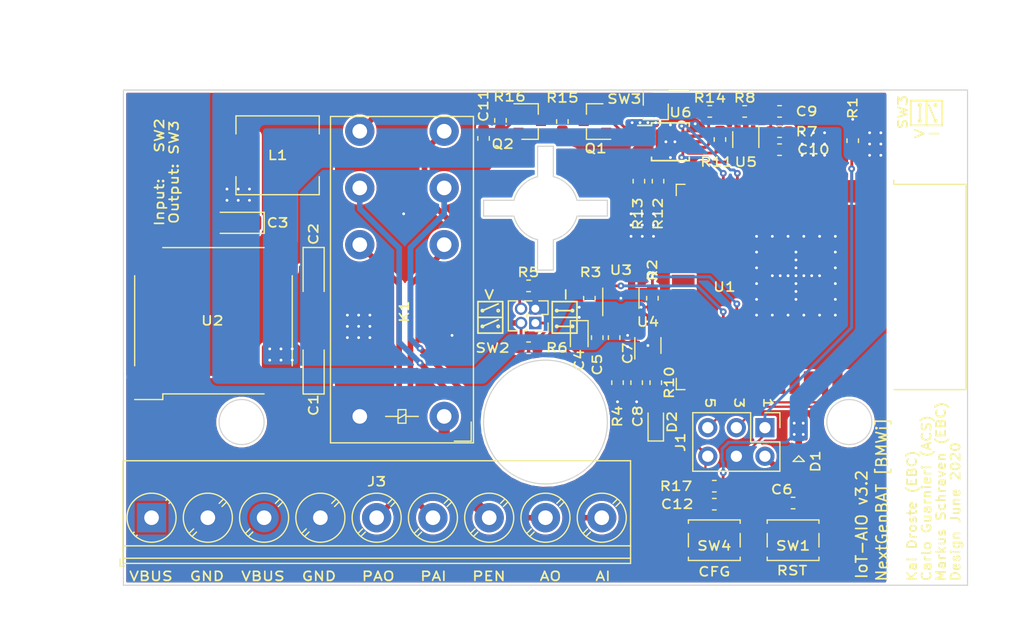
<source format=kicad_pcb>
(kicad_pcb (version 20171130) (host pcbnew "(5.1.5)-3")
  (title_block (title "IoT WA - AIO") (date 2020-04-20) (company "ACS/EBC - RWTH Aachen University"))
  (layers (0 F.Cu signal) (31 B.Cu signal) (34 B.Paste user) (35 F.Paste user) (36 B.SilkS user) (37 F.SilkS user) (38 B.Mask user) (39 F.Mask user) (44 Edge.Cuts user))
  (net 0 "")
  (net 1 GND)
  (net 2 VBUS)
  (net 3 +3V3)
  (net 4 "Net-(U1-Pad5)")
  (net 5 "Net-(U1-Pad6)")
  (net 6 "Net-(U1-Pad7)")
  (net 7 "Net-(U1-Pad8)")
  (net 8 "Net-(U1-Pad9)")
  (net 9 "Net-(U1-Pad17)")
  (net 10 "Net-(U1-Pad18)")
  (net 11 "Net-(U1-Pad19)")
  (net 12 "Net-(U1-Pad21)")
  (net 13 "Net-(U1-Pad22)")
  (net 14 "Net-(U1-Pad26)")
  (net 15 "Net-(U1-Pad29)")
  (net 16 "Net-(U1-Pad30)")
  (net 17 "Net-(U1-Pad31)")
  (net 18 "Net-(U1-Pad20)")
  (net 19 "Net-(U1-Pad32)")
  (net 20 /ESP_IO0)
  (net 21 /ESP_RXD)
  (net 22 /ESP_TXD)
  (net 23 /ESP_EN)
  (net 24 /ESP_TDI)
  (net 25 /ESP_TDO)
  (net 26 /ESP_TCK)
  (net 27 /ESP_TMS)
  (net 28 /PLC_EN)
  (net 29 "Net-(Q1-Pad3)")
  (net 30 "Net-(U1-Pad37)")
  (net 31 "Net-(U1-Pad4)")
  (net 32 "Net-(C2-Pad1)")
  (net 33 VCOM)
  (net 34 "Net-(D2-Pad2)")
  (net 35 /ESP_DBG)
  (net 36 "Net-(C8-Pad1)")
  (net 37 "Net-(C9-Pad1)")
  (net 38 /iot_ao/Vreg)
  (net 39 "Net-(C11-Pad1)")
  (net 40 /PLC_AO)
  (net 41 /PLC_AI)
  (net 42 /AO)
  (net 43 /AI)
  (net 44 /ESP_AO)
  (net 45 /ESP_AI)
  (net 46 "Net-(Q1-Pad1)")
  (net 47 "Net-(Q1-Pad2)")
  (net 48 /ESP_SDA)
  (net 49 /ESP_SCL)
  (net 50 "Net-(R5-Pad2)")
  (net 51 "Net-(R11-Pad2)")
  (net 52 "Net-(R11-Pad1)")
  (net 53 "Net-(R12-Pad2)")
  (net 54 "Net-(R14-Pad1)")
  (net 55 /XTR_OD)
  (net 56 /XTR_EF)
  (net 57 "Net-(U3-Pad3)")
  (net 58 /XTR_PWM)
  (net 59 "Net-(U1-Pad33)")
  (net 60 "Net-(U1-Pad36)")
  (module Capacitor_SMD:C_0603_1608Metric (layer F.Cu) (at 168.6 110.7)
    (fp_text reference C12 (at -3.3 0) (layer F.SilkS) (effects (font (size 0.8 1))))
    (fp_text value 100n)
    (pad 1 smd roundrect (at -0.7875 0) (size 0.875 0.95) (layers F.Cu F.Paste F.Mask) (net 20 /ESP_IO0))
    (pad 2 smd roundrect (at 0.7875 0) (size 0.875 0.95) (layers F.Cu F.Paste F.Mask) (net 1 GND))
  )
  (module iot_aio:Relay_DPDT_RT424024 (layer F.Cu) (at 144.6 102.9 90)
    (fp_text reference K1 (at 9.3 -3.55 90) (layer F.SilkS) (effects (font (size 0.8 1))))
    (fp_text value RT424024)
    (pad 12 thru_hole circle (at 15.26 -7.5 180) (size 2.6 2.6) (drill 1.3) (layers *.Cu *.Mask) (net 40 /PLC_AO))
    (pad 11 thru_hole circle (at 20.3 -7.5 180) (size 2.6 2.6) (drill 1.3) (layers *.Cu *.Mask) (net 42 /AO))
    (pad 14 thru_hole circle (at 25.34 -7.5 180) (size 2.6 2.6) (drill 1.3) (layers *.Cu *.Mask) (net 44 /ESP_AO))
    (pad A2 thru_hole circle (at 0 0 180) (size 2.6 2.6) (drill 1.3) (layers *.Cu *.Mask) (net 28 /PLC_EN))
    (pad A1 thru_hole circle (at 0 -7.5 180) (size 2.6 2.6) (drill 1.3) (layers *.Cu *.Mask) (net 1 GND))
    (pad 22 thru_hole circle (at 15.26 0 180) (size 2.6 2.6) (drill 1.3) (layers *.Cu *.Mask) (net 41 /PLC_AI))
    (pad 24 thru_hole circle (at 25.34 0 180) (size 2.6 2.6) (drill 1.3) (layers *.Cu *.Mask) (net 45 /ESP_AI))
    (pad 21 thru_hole circle (at 20.3 0 180) (size 2.6 2.6) (drill 1.3) (layers *.Cu *.Mask) (net 43 /AI))
  )
  (module Resistor_SMD:R_0603_1608Metric (layer F.Cu) (at 168.6 109.1 180)
    (fp_text reference R17 (at 3.4 0) (layer F.SilkS) (effects (font (size 0.8 1))))
    (fp_text value 10k)
    (pad 2 smd roundrect (at 0.7875 0 180) (size 0.875 0.95) (layers F.Cu F.Paste F.Mask) (net 20 /ESP_IO0))
    (pad 1 smd roundrect (at -0.7875 0 180) (size 0.875 0.95) (layers F.Cu F.Paste F.Mask) (net 3 +3V3))
  )
  (module Resistor_SMD:R_0603_1608Metric (layer F.Cu) (at 163.1 92.4 90)
    (fp_text reference R2 (at 2.5 0 270) (layer F.SilkS) (effects (font (size 0.8 1))))
    (fp_text value 2.2k)
    (pad 2 smd roundrect (at 0.7875 0 90) (size 0.875 0.95) (layers F.Cu F.Paste F.Mask) (net 48 /ESP_SDA))
    (pad 1 smd roundrect (at -0.7875 0 90) (size 0.875 0.95) (layers F.Cu F.Paste F.Mask) (net 3 +3V3))
  )
  (module Package_TO_SOT_SMD:SOT-23-5 (layer F.Cu) (at 160.3 92.4 90)
    (fp_text reference U3 (at 2.5 0 180) (layer F.SilkS) (effects (font (size 0.8 1))))
    (fp_text value MCP3021)
    (pad 1 smd rect (at -1.1 -0.95 90) (size 1.06 0.65) (layers F.Cu F.Paste F.Mask) (net 3 +3V3))
    (pad 2 smd rect (at -1.1 0 90) (size 1.06 0.65) (layers F.Cu F.Paste F.Mask) (net 1 GND))
    (pad 3 smd rect (at -1.1 0.95 90) (size 1.06 0.65) (layers F.Cu F.Paste F.Mask) (net 57 "Net-(U3-Pad3)"))
    (pad 4 smd rect (at 1.1 0.95 90) (size 1.06 0.65) (layers F.Cu F.Paste F.Mask) (net 48 /ESP_SDA))
    (pad 5 smd rect (at 1.1 -0.95 90) (size 1.06 0.65) (layers F.Cu F.Paste F.Mask) (net 49 /ESP_SCL))
  )
  (module Connector_PinHeader_1.27mm:PinHeader_1x02_P1.27mm_Vertical_SMD_Pin1Right (layer F.Cu) (at 163.4 75.2)
    (fp_text reference SW3 (at -2.8 -0.5) (layer F.SilkS) (effects (font (size 0.8 1))))
    (fp_text value M50-3630242)
    (pad 2 smd rect (at -1.5 0.635) (size 3 0.65) (layers F.Cu F.Paste F.Mask) (net 44 /ESP_AO))
    (pad 1 smd rect (at 1.5 -0.635) (size 3 0.65) (layers F.Cu F.Paste F.Mask) (net 54 "Net-(R14-Pad1)"))
  )
  (module Package_TO_SOT_SMD:SOT-23 (layer F.Cu) (at 158 76.7 180)
    (fp_text reference Q1 (at -0.05 -2.4 180) (layer F.SilkS) (effects (font (size 0.8 1))))
    (fp_text value MMBT5087LT3G)
    (pad 1 smd rect (at -1 -0.95 180) (size 0.9 0.8) (layers F.Cu F.Paste F.Mask) (net 46 "Net-(Q1-Pad1)"))
    (pad 2 smd rect (at -1 0.95 180) (size 0.9 0.8) (layers F.Cu F.Paste F.Mask) (net 47 "Net-(Q1-Pad2)"))
    (pad 3 smd rect (at 1 0 180) (size 0.9 0.8) (layers F.Cu F.Paste F.Mask) (net 29 "Net-(Q1-Pad3)"))
  )
  (module Capacitor_Tantalum_SMD:CP_EIA-1608-08_AVX-J (layer F.Cu) (at 156.6 95.9 270)
    (fp_text reference C4 (at 2 0 90) (layer F.SilkS) (effects (font (size 0.8 1))))
    (fp_text value 10u)
    (pad 2 smd roundrect (at 0.7125 0 270) (size 1.075 1.05) (layers F.Cu F.Paste F.Mask) (roundrect_rratio 0.238095) (net 1 GND))
    (pad 1 smd roundrect (at -0.7125 0 270) (size 1.075 1.05) (layers F.Cu F.Paste F.Mask) (roundrect_rratio 0.238095) (net 3 +3V3))
  )
  (module Package_TO_SOT_SMD:SOT-353_SC-70-5 (layer F.Cu) (at 171.4 78.3 270)
    (fp_text reference U5 (at 2 0 180) (layer F.SilkS) (effects (font (size 0.8 1))))
    (fp_text value NCS2004)
    (pad 5 smd rect (at 0.95 -0.65 270) (size 0.65 0.4) (layers F.Cu F.Paste F.Mask) (net 38 /iot_ao/Vreg))
    (pad 4 smd rect (at 0.95 0.65 270) (size 0.65 0.4) (layers F.Cu F.Paste F.Mask) (net 52 "Net-(R11-Pad1)"))
    (pad 2 smd rect (at -0.95 0 270) (size 0.65 0.4) (layers F.Cu F.Paste F.Mask) (net 1 GND))
    (pad 3 smd rect (at -0.95 0.65 270) (size 0.65 0.4) (layers F.Cu F.Paste F.Mask) (net 51 "Net-(R11-Pad2)"))
    (pad 1 smd rect (at -0.95 -0.65 270) (size 0.65 0.4) (layers F.Cu F.Paste F.Mask) (net 37 "Net-(C9-Pad1)"))
  )
  (module Capacitor_Tantalum_SMD:CP_EIA-3216-18_Kemet-A (layer F.Cu) (at 133 90.2 270)
    (fp_text reference C2 (at -3.5 0 90) (layer F.SilkS) (effects (font (size 0.8 1))))
    (fp_text value 22u)
    (pad 2 smd roundrect (at 1.35 0 270) (size 1.4 1.35) (layers F.Cu F.Paste F.Mask) (roundrect_rratio 0.185185) (net 1 GND))
    (pad 1 smd roundrect (at -1.35 0 270) (size 1.4 1.35) (layers F.Cu F.Paste F.Mask) (roundrect_rratio 0.185185) (net 32 "Net-(C2-Pad1)"))
  )
  (module Resistor_SMD:R_0603_1608Metric (layer F.Cu) (at 180.9 78.4 270)
    (fp_text reference R1 (at -2.9 0 90) (layer F.SilkS) (effects (font (size 0.8 1))))
    (fp_text value 10k)
    (pad 2 smd roundrect (at 0.7875 0 270) (size 0.875 0.95) (layers F.Cu F.Paste F.Mask) (net 23 /ESP_EN))
    (pad 1 smd roundrect (at -0.7875 0 270) (size 0.875 0.95) (layers F.Cu F.Paste F.Mask) (net 3 +3V3))
  )
  (module Connector_PinHeader_2.54mm:PinHeader_2x03_P2.54mm_Vertical (layer F.Cu) (at 173.1 103.9 270)
    (fp_text reference J1 (at 1.3 7.5 270) (layer F.SilkS) (effects (font (size 0.8 1))))
    (fp_text value Conn_02x03)
    (pad 6 thru_hole oval (at 2.54 5.08 270) (size 1.7 1.7) (drill 1) (layers *.Cu *.Mask) (net 20 /ESP_IO0))
    (pad 5 thru_hole oval (at 0 5.08 270) (size 1.7 1.7) (drill 1) (layers *.Cu *.Mask) (net 21 /ESP_RXD))
    (pad 4 thru_hole oval (at 2.54 2.54 270) (size 1.7 1.7) (drill 1) (layers *.Cu *.Mask) (net 1 GND))
    (pad 3 thru_hole oval (at 0 2.54 270) (size 1.7 1.7) (drill 1) (layers *.Cu *.Mask) (net 22 /ESP_TXD))
    (pad 2 thru_hole oval (at 2.54 0 270) (size 1.7 1.7) (drill 1) (layers *.Cu *.Mask) (net 33 VCOM))
    (pad 1 thru_hole rect (at 0 0 270) (size 1.7 1.7) (drill 1) (layers *.Cu *.Mask) (net 23 /ESP_EN))
  )
  (module Capacitor_Tantalum_SMD:CP_EIA-3216-18_Kemet-A (layer F.Cu) (at 126.3 85.7 180)
    (fp_text reference C3 (at -3.5 0) (layer F.SilkS) (effects (font (size 0.8 1))))
    (fp_text value 22u)
    (pad 2 smd roundrect (at 1.35 0 180) (size 1.4 1.35) (layers F.Cu F.Paste F.Mask) (roundrect_rratio 0.185185) (net 1 GND))
    (pad 1 smd roundrect (at -1.35 0 180) (size 1.4 1.35) (layers F.Cu F.Paste F.Mask) (roundrect_rratio 0.185185) (net 3 +3V3))
  )
  (module Capacitor_Tantalum_SMD:CP_EIA-3216-18_Kemet-A (layer F.Cu) (at 133 98.6 90)
    (fp_text reference C1 (at -3.3 0 90) (layer F.SilkS) (effects (font (size 0.8 1))))
    (fp_text value 10u)
    (pad 2 smd roundrect (at 1.35 0 90) (size 1.4 1.35) (layers F.Cu F.Paste F.Mask) (roundrect_rratio 0.185185) (net 1 GND))
    (pad 1 smd roundrect (at -1.35 0 90) (size 1.4 1.35) (layers F.Cu F.Paste F.Mask) (roundrect_rratio 0.185185) (net 2 VBUS))
  )
  (module Capacitor_SMD:C_0603_1608Metric (layer F.Cu) (at 175.6 110.6)
    (fp_text reference C6 (at -1 -1.2) (layer F.SilkS) (effects (font (size 0.8 1))))
    (fp_text value 100n)
    (pad 1 smd roundrect (at -0.7875 0) (size 0.875 0.95) (layers F.Cu F.Paste F.Mask) (net 23 /ESP_EN))
    (pad 2 smd roundrect (at 0.7875 0) (size 0.875 0.95) (layers F.Cu F.Paste F.Mask) (net 1 GND))
  )
  (module LED_SMD:LED_0603_1608Metric_Castellated (layer F.Cu) (at 163.4 103.4 90)
    (fp_text reference D2 (at 0 1.45 90) (layer F.SilkS) (effects (font (size 0.8 1))))
    (fp_text value 150060RS75000)
    (pad 1 smd roundrect (at -0.8125 0 90) (size 1.225 0.85) (layers F.Cu F.Paste F.Mask) (net 1 GND))
    (pad 2 smd roundrect (at 0.8125 0 90) (size 1.225 0.85) (layers F.Cu F.Paste F.Mask) (net 34 "Net-(D2-Pad2)"))
  )
  (module Resistor_SMD:R_0603_1608Metric (layer F.Cu) (at 163.4 99.9 270)
    (fp_text reference R10 (at 0 -1.2 90) (layer F.SilkS) (effects (font (size 0.8 1))))
    (fp_text value 270)
    (pad 1 smd roundrect (at -0.7875 0 270) (size 0.875 0.95) (layers F.Cu F.Paste F.Mask) (net 35 /ESP_DBG))
    (pad 2 smd roundrect (at 0.7875 0 270) (size 0.875 0.95) (layers F.Cu F.Paste F.Mask) (net 34 "Net-(D2-Pad2)"))
  )
  (module Capacitor_SMD:C_0603_1608Metric (layer F.Cu) (at 158.2 95.9 270)
    (fp_text reference C5 (at 2.4 0 270) (layer F.SilkS) (effects (font (size 0.8 1))))
    (fp_text value 100n)
    (pad 2 smd roundrect (at 0.7875 0 270) (size 0.875 0.95) (layers F.Cu F.Paste F.Mask) (net 1 GND))
    (pad 1 smd roundrect (at -0.7875 0 270) (size 0.875 0.95) (layers F.Cu F.Paste F.Mask) (net 3 +3V3))
  )
  (module Capacitor_SMD:C_0603_1608Metric (layer F.Cu) (at 159.7 95.9 90)
    (fp_text reference C7 (at -1.4 1.2 270) (layer F.SilkS) (effects (font (size 0.8 1))))
    (fp_text value 100n)
    (pad 2 smd roundrect (at 0.7875 0 90) (size 0.875 0.95) (layers F.Cu F.Paste F.Mask) (net 3 +3V3))
    (pad 1 smd roundrect (at -0.7875 0 90) (size 0.875 0.95) (layers F.Cu F.Paste F.Mask) (net 1 GND))
  )
  (module Capacitor_SMD:C_0603_1608Metric (layer F.Cu) (at 161.7 99.9 270)
    (fp_text reference C8 (at 3 -0.1 90) (layer F.SilkS) (effects (font (size 0.8 1))))
    (fp_text value 1u)
    (pad 1 smd roundrect (at -0.7875 0 270) (size 0.875 0.95) (layers F.Cu F.Paste F.Mask) (net 36 "Net-(C8-Pad1)"))
    (pad 2 smd roundrect (at 0.7875 0 270) (size 0.875 0.95) (layers F.Cu F.Paste F.Mask) (net 1 GND))
  )
  (module Capacitor_SMD:C_0603_1608Metric (layer F.Cu) (at 174.4 75.8)
    (fp_text reference C9 (at 2.4 0) (layer F.SilkS) (effects (font (size 0.8 1))))
    (fp_text value 1u)
    (pad 1 smd roundrect (at -0.7875 0) (size 0.875 0.95) (layers F.Cu F.Paste F.Mask) (net 37 "Net-(C9-Pad1)"))
    (pad 2 smd roundrect (at 0.7875 0) (size 0.875 0.95) (layers F.Cu F.Paste F.Mask) (net 1 GND))
  )
  (module Capacitor_SMD:C_0603_1608Metric (layer F.Cu) (at 174.4 79.2 180)
    (fp_text reference C10 (at -3 0) (layer F.SilkS) (effects (font (size 0.8 1))))
    (fp_text value 100n)
    (pad 2 smd roundrect (at 0.7875 0 180) (size 0.875 0.95) (layers F.Cu F.Paste F.Mask) (net 38 /iot_ao/Vreg))
    (pad 1 smd roundrect (at -0.7875 0 180) (size 0.875 0.95) (layers F.Cu F.Paste F.Mask) (net 1 GND))
  )
  (module Capacitor_SMD:C_0603_1608Metric (layer F.Cu) (at 148.1 78.2 270)
    (fp_text reference C11 (at -2.9 0 90) (layer F.SilkS) (effects (font (size 0.8 1))))
    (fp_text value 10n)
    (pad 1 smd roundrect (at -0.7875 0 270) (size 0.875 0.95) (layers F.Cu F.Paste F.Mask) (net 39 "Net-(C11-Pad1)"))
    (pad 2 smd roundrect (at 0.7875 0 270) (size 0.875 0.95) (layers F.Cu F.Paste F.Mask) (net 1 GND))
  )
  (module Package_TO_SOT_SMD:SOT-23 (layer F.Cu) (at 152.2 76.7)
    (fp_text reference Q2 (at -2.4 2 180) (layer F.SilkS) (effects (font (size 0.8 1))))
    (fp_text value ISS55EP06LMXTSA1)
    (pad 3 smd rect (at 1 0) (size 0.9 0.8) (layers F.Cu F.Paste F.Mask) (net 39 "Net-(C11-Pad1)"))
    (pad 2 smd rect (at -1 0.95) (size 0.9 0.8) (layers F.Cu F.Paste F.Mask) (net 46 "Net-(Q1-Pad1)"))
    (pad 1 smd rect (at -1 -0.95) (size 0.9 0.8) (layers F.Cu F.Paste F.Mask) (net 29 "Net-(Q1-Pad3)"))
  )
  (module Resistor_SMD:R_0603_1608Metric (layer F.Cu) (at 157.5 92.4 90)
    (fp_text reference R3 (at 2.3 0.1 180) (layer F.SilkS) (effects (font (size 0.8 1))))
    (fp_text value 2.2k)
    (pad 1 smd roundrect (at -0.7875 0 90) (size 0.875 0.95) (layers F.Cu F.Paste F.Mask) (net 3 +3V3))
    (pad 2 smd roundrect (at 0.7875 0 90) (size 0.875 0.95) (layers F.Cu F.Paste F.Mask) (net 49 /ESP_SCL))
  )
  (module Resistor_SMD:R_0603_1608Metric (layer F.Cu) (at 160 99.9 270)
    (fp_text reference R4 (at 3 0 90) (layer F.SilkS) (effects (font (size 0.8 1))))
    (fp_text value "15.8k 0.1%")
    (pad 1 smd roundrect (at -0.7875 0 270) (size 0.875 0.95) (layers F.Cu F.Paste F.Mask) (net 36 "Net-(C8-Pad1)"))
    (pad 2 smd roundrect (at 0.7875 0 270) (size 0.875 0.95) (layers F.Cu F.Paste F.Mask) (net 1 GND))
  )
  (module Resistor_SMD:R_0603_1608Metric (layer F.Cu) (at 152.1 91.3 180)
    (fp_text reference R5 (at 0.024 1.2) (layer F.SilkS) (effects (font (size 0.8 1))))
    (fp_text value "158 0.1%")
    (pad 1 smd roundrect (at -0.7875 0 180) (size 0.875 0.95) (layers F.Cu F.Paste F.Mask) (net 36 "Net-(C8-Pad1)"))
    (pad 2 smd roundrect (at 0.7875 0 180) (size 0.875 0.95) (layers F.Cu F.Paste F.Mask) (net 50 "Net-(R5-Pad2)"))
  )
  (module Resistor_SMD:R_0603_1608Metric (layer F.Cu) (at 152.1 96.8)
    (fp_text reference R6 (at 2.516 0) (layer F.SilkS) (effects (font (size 0.8 1))))
    (fp_text value "33k 0.1%")
    (pad 2 smd roundrect (at 0.7875 0) (size 0.875 0.95) (layers F.Cu F.Paste F.Mask) (net 36 "Net-(C8-Pad1)"))
    (pad 1 smd roundrect (at -0.7875 0) (size 0.875 0.95) (layers F.Cu F.Paste F.Mask) (net 45 /ESP_AI))
  )
  (module Resistor_SMD:R_0603_1608Metric (layer F.Cu) (at 174.4 77.6)
    (fp_text reference R7 (at 2.4 0) (layer F.SilkS) (effects (font (size 0.8 1))))
    (fp_text value 10k)
    (pad 1 smd roundrect (at -0.7875 0) (size 0.875 0.95) (layers F.Cu F.Paste F.Mask) (net 37 "Net-(C9-Pad1)"))
    (pad 2 smd roundrect (at 0.7875 0) (size 0.875 0.95) (layers F.Cu F.Paste F.Mask) (net 58 /XTR_PWM))
  )
  (module Resistor_SMD:R_0603_1608Metric (layer F.Cu) (at 171.3 75.8)
    (fp_text reference R8 (at 0 -1.2) (layer F.SilkS) (effects (font (size 0.8 1))))
    (fp_text value "4.64k 0.1%")
    (pad 1 smd roundrect (at -0.7875 0) (size 0.875 0.95) (layers F.Cu F.Paste F.Mask) (net 51 "Net-(R11-Pad2)"))
    (pad 2 smd roundrect (at 0.7875 0) (size 0.875 0.95) (layers F.Cu F.Paste F.Mask) (net 1 GND))
  )
  (module Resistor_SMD:R_0603_1608Metric (layer F.Cu) (at 169.1 78.3 90)
    (fp_text reference R11 (at -2 -0.3 180) (layer F.SilkS) (effects (font (size 0.8 1))))
    (fp_text value "10k 0.1%")
    (pad 2 smd roundrect (at 0.7875 0 90) (size 0.875 0.95) (layers F.Cu F.Paste F.Mask) (net 51 "Net-(R11-Pad2)"))
    (pad 1 smd roundrect (at -0.7875 0 90) (size 0.875 0.95) (layers F.Cu F.Paste F.Mask) (net 52 "Net-(R11-Pad1)"))
  )
  (module Resistor_SMD:R_0603_1608Metric (layer F.Cu) (at 163.6 82 270)
    (fp_text reference R12 (at 2.9 0 90) (layer F.SilkS) (effects (font (size 0.8 1))))
    (fp_text value "22k ")
    (pad 1 smd roundrect (at -0.7875 0 270) (size 0.875 0.95) (layers F.Cu F.Paste F.Mask) (net 38 /iot_ao/Vreg))
    (pad 2 smd roundrect (at 0.7875 0 270) (size 0.875 0.95) (layers F.Cu F.Paste F.Mask) (net 53 "Net-(R12-Pad2)"))
  )
  (module Resistor_SMD:R_0603_1608Metric (layer F.Cu) (at 161.9 82 270)
    (fp_text reference R13 (at 2.9 0.1 90) (layer F.SilkS) (effects (font (size 0.8 1))))
    (fp_text value 8.2k)
    (pad 1 smd roundrect (at -0.7875 0 270) (size 0.875 0.95) (layers F.Cu F.Paste F.Mask) (net 53 "Net-(R12-Pad2)"))
    (pad 2 smd roundrect (at 0.7875 0 270) (size 0.875 0.95) (layers F.Cu F.Paste F.Mask) (net 1 GND))
  )
  (module Resistor_SMD:R_0603_1608Metric (layer F.Cu) (at 168.2 75.8)
    (fp_text reference R14 (at 0 -1.2) (layer F.SilkS) (effects (font (size 0.8 1))))
    (fp_text value "4.99k  0.1%")
    (pad 2 smd roundrect (at 0.7875 0) (size 0.875 0.95) (layers F.Cu F.Paste F.Mask) (net 1 GND))
    (pad 1 smd roundrect (at -0.7875 0) (size 0.875 0.95) (layers F.Cu F.Paste F.Mask) (net 54 "Net-(R14-Pad1)"))
  )
  (module Resistor_SMD:R_0603_1608Metric (layer F.Cu) (at 155.1 76.7 270)
    (fp_text reference R15 (at -2.1 0 180) (layer F.SilkS) (effects (font (size 0.8 1))))
    (fp_text value 15)
    (pad 1 smd roundrect (at -0.7875 0 270) (size 0.875 0.95) (layers F.Cu F.Paste F.Mask) (net 47 "Net-(Q1-Pad2)"))
    (pad 2 smd roundrect (at 0.7875 0 270) (size 0.875 0.95) (layers F.Cu F.Paste F.Mask) (net 46 "Net-(Q1-Pad1)"))
  )
  (module Resistor_SMD:R_0603_1608Metric (layer F.Cu) (at 149.6 76.6 90)
    (fp_text reference R16 (at 2.1 0.8 180) (layer F.SilkS) (effects (font (size 0.8 1))))
    (fp_text value 15)
    (pad 2 smd roundrect (at 0.7875 0 90) (size 0.875 0.95) (layers F.Cu F.Paste F.Mask) (net 44 /ESP_AO))
    (pad 1 smd roundrect (at -0.7875 0 90) (size 0.875 0.95) (layers F.Cu F.Paste F.Mask) (net 39 "Net-(C11-Pad1)"))
  )
  (module Package_TO_SOT_SMD:SOT-353_SC-70-5 (layer F.Cu) (at 162.7 96.6 90)
    (fp_text reference U4 (at 2.1 0 180) (layer F.SilkS) (effects (font (size 0.8 1))))
    (fp_text value TLV333IDCKR)
    (pad 1 smd rect (at -0.95 -0.65 90) (size 0.65 0.4) (layers F.Cu F.Paste F.Mask) (net 36 "Net-(C8-Pad1)"))
    (pad 3 smd rect (at -0.95 0.65 90) (size 0.65 0.4) (layers F.Cu F.Paste F.Mask) (net 57 "Net-(U3-Pad3)"))
    (pad 2 smd rect (at -0.95 0 90) (size 0.65 0.4) (layers F.Cu F.Paste F.Mask) (net 1 GND))
    (pad 4 smd rect (at 0.95 0.65 90) (size 0.65 0.4) (layers F.Cu F.Paste F.Mask) (net 57 "Net-(U3-Pad3)"))
    (pad 5 smd rect (at 0.95 -0.65 90) (size 0.65 0.4) (layers F.Cu F.Paste F.Mask) (net 3 +3V3))
  )
  (module Connector_PinHeader_1.27mm:PinHeader_2x02_P1.27mm_Vertical (layer F.Cu) (at 152.7 94.6 180)
    (fp_text reference SW2 (at 3.799 -2.221) (layer F.SilkS) (effects (font (size 0.8 1))))
    (fp_text value 62200421121)
    (pad 1 thru_hole rect (at 0 0 180) (size 1.1 1.1) (drill 0.7) (layers *.Cu *.Mask) (net 36 "Net-(C8-Pad1)"))
    (pad 2 thru_hole circle (at 1.27 0 180) (size 1.1 1.1) (drill 0.7) (layers *.Cu *.Mask) (net 45 /ESP_AI))
    (pad 3 thru_hole circle (at 0 1.27 180) (size 1.1 1.1) (drill 0.7) (layers *.Cu *.Mask) (net 1 GND))
    (pad 4 thru_hole circle (at 1.27 1.27 180) (size 1.1 1.1) (drill 0.7) (layers *.Cu *.Mask) (net 50 "Net-(R5-Pad2)"))
  )
  (module iot_aio:BAT60A (layer F.Cu) (at 176.1 107.1 270)
    (fp_text reference D1 (at -0.2 -1.5 270) (layer F.SilkS) (effects (font (size 0.8 1))))
    (fp_text value BAT60A)
    (pad 1 smd rect (at -1.25 0 270) (size 0.8 0.6) (layers F.Cu F.Paste F.Mask) (net 3 +3V3))
    (pad 2 smd rect (at 1.25 0 270) (size 0.8 0.6) (layers F.Cu F.Paste F.Mask) (net 33 VCOM))
  )
  (module iot_aio:TerminalBlock_CUI (layer F.Cu) (at 118.6 111.9)
    (fp_text reference J3 (at 20 -3.2) (layer F.SilkS) (effects (font (size 0.8 1))))
    (fp_text value Conn_01x09)
    (pad 9 thru_hole circle (at 40 0) (size 2.6 2.6) (drill 1.3) (layers *.Cu *.Mask) (net 43 /AI))
    (pad 8 thru_hole circle (at 35 0) (size 2.6 2.6) (drill 1.3) (layers *.Cu *.Mask) (net 42 /AO))
    (pad 7 thru_hole circle (at 30 0) (size 2.6 2.6) (drill 1.3) (layers *.Cu *.Mask) (net 28 /PLC_EN))
    (pad 6 thru_hole circle (at 25 0) (size 2.6 2.6) (drill 1.3) (layers *.Cu *.Mask) (net 41 /PLC_AI))
    (pad 5 thru_hole circle (at 20 0) (size 2.6 2.6) (drill 1.3) (layers *.Cu *.Mask) (net 40 /PLC_AO))
    (pad 4 thru_hole circle (at 15 0) (size 2.6 2.6) (drill 1.3) (layers *.Cu *.Mask) (net 1 GND))
    (pad 3 thru_hole circle (at 10 0) (size 2.6 2.6) (drill 1.3) (layers *.Cu *.Mask) (net 2 VBUS))
    (pad 2 thru_hole circle (at 5 0) (size 2.6 2.6) (drill 1.3) (layers *.Cu *.Mask) (net 1 GND))
    (pad 1 thru_hole rect (at 0 0) (size 2.6 2.6) (drill 1.3) (layers *.Cu *.Mask) (net 2 VBUS))
  )
  (module iot_aio:HM72L-0630 (layer F.Cu) (at 129.8 79.7 180)
    (fp_text reference L1 (at 0 0) (layer F.SilkS) (effects (font (size 0.8 1))))
    (fp_text value 22u)
    (pad 1 smd rect (at -3.35 0 180) (size 3 3.5) (layers F.Cu F.Paste F.Mask) (net 32 "Net-(C2-Pad1)"))
    (pad 2 smd rect (at 3.35 0 180) (size 3 3.5) (layers F.Cu F.Paste F.Mask) (net 3 +3V3))
  )
  (module iot_aio:PTS815 (layer F.Cu) (at 175.6 113.9)
    (fp_text reference SW1 (at 0 0.5) (layer F.SilkS) (effects (font (size 0.8 1))))
    (fp_text value PTS815)
    (pad 2 smd rect (at -2.25 1.075) (size 1 0.7) (layers F.Cu F.Paste F.Mask) (net 1 GND))
    (pad 2 smd rect (at 2.25 1.075) (size 1 0.7) (layers F.Cu F.Paste F.Mask) (net 1 GND))
    (pad 1 smd rect (at 2.25 -1.075) (size 1 0.7) (layers F.Cu F.Paste F.Mask) (net 23 /ESP_EN))
    (pad 1 smd rect (at -2.25 -1.075) (size 1 0.7) (layers F.Cu F.Paste F.Mask) (net 23 /ESP_EN))
  )
  (module iot_aio:PTS815 (layer F.Cu) (at 168.6 113.9)
    (fp_text reference SW4 (at 0 0.5) (layer F.SilkS) (effects (font (size 0.8 1))))
    (fp_text value PTS815)
    (pad 1 smd rect (at -2.25 -1.075) (size 1 0.7) (layers F.Cu F.Paste F.Mask) (net 20 /ESP_IO0))
    (pad 1 smd rect (at 2.25 -1.075) (size 1 0.7) (layers F.Cu F.Paste F.Mask) (net 20 /ESP_IO0))
    (pad 2 smd rect (at 2.25 1.075) (size 1 0.7) (layers F.Cu F.Paste F.Mask) (net 1 GND))
    (pad 2 smd rect (at -2.25 1.075) (size 1 0.7) (layers F.Cu F.Paste F.Mask) (net 1 GND))
  )
  (module iot_aio:ESP32-WROOM-32D (layer F.Cu) (at 175.1 91.4 270)
    (fp_text reference U1 (at 0 5.6) (layer F.SilkS) (effects (font (size 0.8 1))))
    (fp_text value ESP32-WROOM-32D)
    (pad 38 smd rect (at 8.5 -8.255 270) (size 2 0.9) (layers F.Cu F.Paste F.Mask) (net 1 GND))
    (pad 37 smd rect (at 8.5 -6.985 270) (size 2 0.9) (layers F.Cu F.Paste F.Mask) (net 30 "Net-(U1-Pad37)"))
    (pad 36 smd rect (at 8.5 -5.715 270) (size 2 0.9) (layers F.Cu F.Paste F.Mask) (net 60 "Net-(U1-Pad36)"))
    (pad 35 smd rect (at 8.5 -4.445 270) (size 2 0.9) (layers F.Cu F.Paste F.Mask) (net 22 /ESP_TXD))
    (pad 34 smd rect (at 8.5 -3.175 270) (size 2 0.9) (layers F.Cu F.Paste F.Mask) (net 21 /ESP_RXD))
    (pad 33 smd rect (at 8.5 -1.905 270) (size 2 0.9) (layers F.Cu F.Paste F.Mask) (net 59 "Net-(U1-Pad33)"))
    (pad 32 smd rect (at 8.5 -0.635 270) (size 2 0.9) (layers F.Cu F.Paste F.Mask) (net 19 "Net-(U1-Pad32)"))
    (pad 31 smd rect (at 8.5 0.635 270) (size 2 0.9) (layers F.Cu F.Paste F.Mask) (net 17 "Net-(U1-Pad31)"))
    (pad 30 smd rect (at 8.5 1.905 270) (size 2 0.9) (layers F.Cu F.Paste F.Mask) (net 16 "Net-(U1-Pad30)"))
    (pad 29 smd rect (at 8.5 3.175 270) (size 2 0.9) (layers F.Cu F.Paste F.Mask) (net 15 "Net-(U1-Pad29)"))
    (pad 28 smd rect (at 8.5 4.445 270) (size 2 0.9) (layers F.Cu F.Paste F.Mask) (net 48 /ESP_SDA))
    (pad 27 smd rect (at 8.5 5.715 270) (size 2 0.9) (layers F.Cu F.Paste F.Mask) (net 49 /ESP_SCL))
    (pad 26 smd rect (at 8.5 6.985 270) (size 2 0.9) (layers F.Cu F.Paste F.Mask) (net 14 "Net-(U1-Pad26)"))
    (pad 25 smd rect (at 8.5 8.255 270) (size 2 0.9) (layers F.Cu F.Paste F.Mask) (net 20 /ESP_IO0))
    (pad 24 smd rect (at 5.715 9.255) (size 2 0.9) (layers F.Cu F.Paste F.Mask) (net 35 /ESP_DBG))
    (pad 23 smd rect (at 4.445 9.255) (size 2 0.9) (layers F.Cu F.Paste F.Mask) (net 25 /ESP_TDO))
    (pad 22 smd rect (at 3.175 9.255) (size 2 0.9) (layers F.Cu F.Paste F.Mask) (net 13 "Net-(U1-Pad22)"))
    (pad 21 smd rect (at 1.905 9.255) (size 2 0.9) (layers F.Cu F.Paste F.Mask) (net 12 "Net-(U1-Pad21)"))
    (pad 20 smd rect (at 0.635 9.255) (size 2 0.9) (layers F.Cu F.Paste F.Mask) (net 18 "Net-(U1-Pad20)"))
    (pad 19 smd rect (at -0.635 9.255) (size 2 0.9) (layers F.Cu F.Paste F.Mask) (net 11 "Net-(U1-Pad19)"))
    (pad 18 smd rect (at -1.905 9.255) (size 2 0.9) (layers F.Cu F.Paste F.Mask) (net 10 "Net-(U1-Pad18)"))
    (pad 17 smd rect (at -3.175 9.255) (size 2 0.9) (layers F.Cu F.Paste F.Mask) (net 9 "Net-(U1-Pad17)"))
    (pad 16 smd rect (at -4.445 9.255) (size 2 0.9) (layers F.Cu F.Paste F.Mask) (net 26 /ESP_TCK))
    (pad 15 smd rect (at -5.715 9.255) (size 2 0.9) (layers F.Cu F.Paste F.Mask) (net 1 GND))
    (pad 14 smd rect (at -8.5 8.255 270) (size 2 0.9) (layers F.Cu F.Paste F.Mask) (net 24 /ESP_TDI))
    (pad 13 smd rect (at -8.5 6.985 270) (size 2 0.9) (layers F.Cu F.Paste F.Mask) (net 27 /ESP_TMS))
    (pad 12 smd rect (at -8.5 5.715 270) (size 2 0.9) (layers F.Cu F.Paste F.Mask) (net 56 /XTR_EF))
    (pad 11 smd rect (at -8.5 4.445 270) (size 2 0.9) (layers F.Cu F.Paste F.Mask) (net 55 /XTR_OD))
    (pad 10 smd rect (at -8.5 3.175 270) (size 2 0.9) (layers F.Cu F.Paste F.Mask) (net 58 /XTR_PWM))
    (pad 9 smd rect (at -8.5 1.905 270) (size 2 0.9) (layers F.Cu F.Paste F.Mask) (net 8 "Net-(U1-Pad9)"))
    (pad 8 smd rect (at -8.5 0.635 270) (size 2 0.9) (layers F.Cu F.Paste F.Mask) (net 7 "Net-(U1-Pad8)"))
    (pad 7 smd rect (at -8.5 -0.635 270) (size 2 0.9) (layers F.Cu F.Paste F.Mask) (net 6 "Net-(U1-Pad7)"))
    (pad 6 smd rect (at -8.5 -1.905 270) (size 2 0.9) (layers F.Cu F.Paste F.Mask) (net 5 "Net-(U1-Pad6)"))
    (pad 5 smd rect (at -8.5 -3.175 270) (size 2 0.9) (layers F.Cu F.Paste F.Mask) (net 4 "Net-(U1-Pad5)"))
    (pad 4 smd rect (at -8.5 -4.445 270) (size 2 0.9) (layers F.Cu F.Paste F.Mask) (net 31 "Net-(U1-Pad4)"))
    (pad 3 smd rect (at -8.5 -5.715 270) (size 2 0.9) (layers F.Cu F.Paste F.Mask) (net 23 /ESP_EN))
    (pad 2 smd rect (at -8.5 -6.985 270) (size 2 0.9) (layers F.Cu F.Paste F.Mask) (net 3 +3V3))
    (pad 1 smd rect (at -8.5 -8.255 270) (size 2 0.9) (layers F.Cu F.Paste F.Mask) (net 1 GND))
    (pad 39 smd rect (at -1 -0.755 270) (size 5 5) (layers F.Cu F.Mask) (net 1 GND))
    (pad 39 smd rect (at -2.4 -2.2 270) (size 2 2) (layers F.Cu F.Paste) (net 1 GND))
    (pad 39 smd rect (at -2.4 0.7 270) (size 2 2) (layers F.Cu F.Paste) (net 1 GND))
    (pad 39 smd rect (at 0.4 0.7 270) (size 2 2) (layers F.Cu F.Paste) (net 1 GND))
    (pad 39 smd rect (at 0.4 -2.2 270) (size 2 2) (layers F.Cu F.Paste) (net 1 GND))
  )
  (module iot_aio:VXO78-500-M (layer F.Cu) (at 124.1 94.4 90)
    (fp_text reference U2 (at 0 -0.1 180) (layer F.SilkS) (effects (font (size 0.8 1))))
    (fp_text value VXO7803-500-M)
    (pad 1 smd rect (at -5.5 -6 90) (size 2.5 2.5) (layers F.Cu F.Paste F.Mask) (net 2 VBUS))
    (pad 4 smd rect (at -5.5 6 90) (size 2.5 2.5) (layers F.Cu F.Paste F.Mask) (net 2 VBUS))
    (pad 3 smd rect (at 5.5 6 90) (size 2.5 2.5) (layers F.Cu F.Paste F.Mask) (net 32 "Net-(C2-Pad1)"))
    (pad 2 smd rect (at 5.5 -6 90) (size 2.5 2.5) (layers F.Cu F.Paste F.Mask) (net 1 GND))
  )
  (module iot_aio:MSOP-10_3x3mm_P0.5mm_ThermalPAD (layer F.Cu) (at 164.7 78.5)
    (fp_text reference U6 (at 0.9 -2.6) (layer F.SilkS) (effects (font (size 0.8 1))))
    (fp_text value XTR111AIDGQR)
    (pad 10 smd rect (at 2.2 -1) (size 1.4 0.3) (layers F.Cu F.Paste F.Mask) (net 1 GND))
    (pad 9 smd rect (at 2.2 -0.5) (size 1.4 0.3) (layers F.Cu F.Paste F.Mask) (net 55 /XTR_OD))
    (pad 8 smd rect (at 2.2 0) (size 1.4 0.3) (layers F.Cu F.Paste F.Mask) (net 56 /XTR_EF))
    (pad 7 smd rect (at 2.2 0.5) (size 1.4 0.3) (layers F.Cu F.Paste F.Mask) (net 54 "Net-(R14-Pad1)"))
    (pad 6 smd rect (at 2.2 1) (size 1.4 0.3) (layers F.Cu F.Paste F.Mask) (net 52 "Net-(R11-Pad1)"))
    (pad 5 smd rect (at -2.2 1) (size 1.4 0.3) (layers F.Cu F.Paste F.Mask) (net 38 /iot_ao/Vreg))
    (pad 4 smd rect (at -2.2 0.5) (size 1.4 0.3) (layers F.Cu F.Paste F.Mask) (net 53 "Net-(R12-Pad2)"))
    (pad 3 smd rect (at -2.2 0) (size 1.4 0.3) (layers F.Cu F.Paste F.Mask) (net 29 "Net-(Q1-Pad3)"))
    (pad 2 smd rect (at -2.2 -0.5) (size 1.4 0.3) (layers F.Cu F.Paste F.Mask) (net 47 "Net-(Q1-Pad2)"))
    (pad 1 smd rect (at -2.2 -1) (size 1.4 0.3) (layers F.Cu F.Paste F.Mask) (net 2 VBUS))
    (pad 10 smd rect (at 0 0) (size 1.57 1.88) (layers F.Cu F.Mask) (net 1 GND))
    (pad 10 smd rect (at 0 -0.66) (size 1.57 0.55) (layers F.Cu F.Paste F.Mask) (net 1 GND))
    (pad 10 smd rect (at 0 0.66) (size 1.57 0.55) (layers F.Cu F.Paste F.Mask) (net 1 GND))
  )
  (gr_text "Input:   SW2\nOutput: SW3" (at 119.945 81.2 90) (layer F.SilkS) (effects (font (size 0.8 1))))
  (gr_text SW3 (at 185.35 75.866 90) (layer F.SilkS) (effects (font (size 0.8 1))))
  (gr_text "V\nI" (at 187.509 77.771 90) (layer F.SilkS) (effects (font (size 0.8 1))))
  (gr_line (start 186.855 76.64) (end 186.855 75.24) (layer F.SilkS) (width 0.15))
  (gr_circle (center 188.255 75.24) (end 188.255 75.14) (layer F.SilkS) (width 0.15))
  (gr_circle (center 188.255 76.64) (end 188.255 76.54) (layer F.SilkS) (width 0.15))
  (gr_line (start 188.255 76.64) (end 187.655 75.24) (layer F.SilkS) (width 0.15))
  (gr_circle (center 186.855 75.24) (end 186.855 75.14) (layer F.SilkS) (width 0.15))
  (gr_circle (center 186.855 76.64) (end 186.855 76.54) (layer F.SilkS) (width 0.15))
  (gr_line (start 186.055 74.84) (end 186.055 77.04) (layer F.SilkS) (width 0.15))
  (gr_line (start 187.455 74.84) (end 187.455 77.04) (layer F.SilkS) (width 0.15))
  (gr_line (start 188.855 74.84) (end 186.055 74.84) (layer F.SilkS) (width 0.15))
  (gr_line (start 186.055 77.04) (end 188.855 77.04) (layer F.SilkS) (width 0.15))
  (gr_line (start 188.855 77.04) (end 188.855 74.84) (layer F.SilkS) (width 0.15))
  (gr_text "1\n\n3\n\n5" (at 170.8 101.7 270) (layer F.SilkS) (effects (font (size 0.8 1))))
  (gr_text "Kai Droste (EBC)\nCarlo Guarnieri (ACS)\nMarkus Schraven (EBC)\nDesign June 2020" (at 188.1 117.636905 90) (layer F.SilkS) (effects (font (size 0.8 0.9)) (justify left)))
  (gr_text "NextGenBAT [BMWi]" (at 183.5 110.3 90) (layer F.SilkS) (effects (font (size 1 1))))
  (gr_text "I\n" (at 155.4 92.1) (layer F.SilkS) (effects (font (size 0.8 1))))
  (gr_line (start 149.8 94.1) (end 147.6 94.1) (layer F.SilkS) (width 0.15))
  (gr_line (start 147.6 95.5) (end 149.8 95.5) (layer F.SilkS) (width 0.15))
  (gr_line (start 149.8 92.7) (end 147.6 92.7) (layer F.SilkS) (width 0.15))
  (gr_line (start 147.6 92.7) (end 147.6 95.5) (layer F.SilkS) (width 0.15))
  (gr_line (start 149.8 95.5) (end 149.8 92.7) (layer F.SilkS) (width 0.15))
  (gr_circle (center 148 93.5) (end 148.1 93.5) (layer F.SilkS) (width 0.15))
  (gr_circle (center 149.4 94.9) (end 149.5 94.9) (layer F.SilkS) (width 0.15))
  (gr_circle (center 148 94.9) (end 148.1 94.9) (layer F.SilkS) (width 0.15))
  (gr_circle (center 149.4 93.5) (end 149.5 93.5) (layer F.SilkS) (width 0.15))
  (gr_line (start 148 93.5) (end 149.4 92.9) (layer F.SilkS) (width 0.15))
  (gr_line (start 148 94.9) (end 149.4 94.3) (layer F.SilkS) (width 0.15))
  (gr_line (start 156.4 94.1) (end 154.2 94.1) (layer F.SilkS) (width 0.15))
  (gr_line (start 156.4 92.7) (end 154.2 92.7) (layer F.SilkS) (width 0.15))
  (gr_line (start 156.4 95.5) (end 156.4 92.7) (layer F.SilkS) (width 0.15))
  (gr_line (start 154.2 95.5) (end 156.4 95.5) (layer F.SilkS) (width 0.15))
  (gr_line (start 154.2 92.7) (end 154.2 95.5) (layer F.SilkS) (width 0.15))
  (gr_text V (at 148.6 92.1) (layer F.SilkS) (effects (font (size 0.8 1))))
  (gr_line (start 154.6 93.5) (end 156 93.5) (layer F.SilkS) (width 0.15))
  (gr_line (start 154.6 94.9) (end 156 94.9) (layer F.SilkS) (width 0.15))
  (gr_circle (center 154.6 94.9) (end 154.7 94.9) (layer F.SilkS) (width 0.15))
  (gr_circle (center 156 94.9) (end 156.1 94.9) (layer F.SilkS) (width 0.15))
  (gr_circle (center 156 93.5) (end 156.1 93.5) (layer F.SilkS) (width 0.15))
  (gr_circle (center 154.6 93.5) (end 154.7 93.5) (layer F.SilkS) (width 0.15))
  (gr_text "VBUS  GND  VBUS  GND   PAO   PAI   PEN    AO    AI" (at 138 117.1) (layer F.SilkS) (effects (font (size 0.8 1))))
  (gr_text "IoT-AIO v3.2" (at 181.7 112.5 90) (layer F.SilkS) (effects (font (size 1 1))))
  (gr_text CFG (at 168.6 116.7) (layer F.SilkS) (effects (font (size 0.8 1))))
  (gr_text RST (at 175.5 116.6) (layer F.SilkS) (effects (font (size 0.8 1))))
  (gr_arc (start 153.6 84.4) (end 154.299999 87.199999) (angle -61.92751306) (layer Edge.Cuts) (width 0.1))
  (gr_arc (start 153.6 84.4) (end 150.800001 85.099999) (angle -61.92751306) (layer Edge.Cuts) (width 0.1))
  (gr_arc (start 153.6 84.4) (end 152.900001 81.600001) (angle -61.92751306) (layer Edge.Cuts) (width 0.1))
  (gr_arc (start 153.6 84.4) (end 156.399999 83.700001) (angle -61.92751306) (layer Edge.Cuts) (width 0.1))
  (gr_line (start 154.3 89.9) (end 154.3 87.2) (layer Edge.Cuts) (width 0.1))
  (gr_line (start 152.9 89.9) (end 154.3 89.9) (layer Edge.Cuts) (width 0.1))
  (gr_line (start 152.9 87.2) (end 152.9 89.9) (layer Edge.Cuts) (width 0.1))
  (gr_line (start 148.1 85.1) (end 150.8 85.1) (layer Edge.Cuts) (width 0.1))
  (gr_line (start 148.1 83.7) (end 148.1 85.1) (layer Edge.Cuts) (width 0.1))
  (gr_line (start 148.1 83.7) (end 150.8 83.7) (layer Edge.Cuts) (width 0.1))
  (gr_line (start 159.1 85.1) (end 156.4 85.1) (layer Edge.Cuts) (width 0.1))
  (gr_line (start 159.1 83.7) (end 159.1 85.1) (layer Edge.Cuts) (width 0.1))
  (gr_line (start 156.4 83.7) (end 159.1 83.7) (layer Edge.Cuts) (width 0.1))
  (gr_line (start 152.9 78.9) (end 152.9 81.6) (layer Edge.Cuts) (width 0.1))
  (gr_line (start 154.3 78.9) (end 154.3 81.6) (layer Edge.Cuts) (width 0.1))
  (gr_line (start 152.9 78.9) (end 154.3 78.9) (layer Edge.Cuts) (width 0.1))
  (gr_circle (center 153.6 103.4) (end 159.1 103.4) (layer Edge.Cuts) (width 0.1))
  (gr_circle (center 126.6 103.4) (end 128.6 103.4) (layer Edge.Cuts) (width 0.1))
  (gr_circle (center 180.6 103.4) (end 182.6 103.4) (layer Edge.Cuts) (width 0.1))
  (gr_line (start 116.1 117.9) (end 116.1 73.9) (layer Edge.Cuts) (width 0.1))
  (gr_line (start 191.1 117.9) (end 116.1 117.9) (layer Edge.Cuts) (width 0.1))
  (gr_line (start 191.1 73.9) (end 191.1 117.9) (layer Edge.Cuts) (width 0.1))
  (gr_line (start 116.1 73.9) (end 191.1 73.9) (layer Edge.Cuts) (width 0.1))
  (via (at 165.1 78.5) (size 0.6) (drill 0.25) (layers F.Cu B.Cu) (net 1))
  (via (at 164.3 78.5) (size 0.6) (drill 0.25) (layers F.Cu B.Cu) (net 1))
  (via (at 173.755 93.9) (size 0.6) (drill 0.25) (layers F.Cu B.Cu) (net 1))
  (via (at 175.155 93.9) (size 0.6) (drill 0.25) (layers F.Cu B.Cu) (net 1))
  (via (at 176.555 93.9) (size 0.6) (drill 0.25) (layers F.Cu B.Cu) (net 1))
  (via (at 177.955 93.9) (size 0.6) (drill 0.25) (layers F.Cu B.Cu) (net 1))
  (via (at 179.355 93.9) (size 0.6) (drill 0.25) (layers F.Cu B.Cu) (net 1))
  (via (at 179.355 92.5) (size 0.6) (drill 0.25) (layers F.Cu B.Cu) (net 1))
  (via (at 179.355 91.1) (size 0.6) (drill 0.25) (layers F.Cu B.Cu) (net 1))
  (via (at 179.355 89.7) (size 0.6) (drill 0.25) (layers F.Cu B.Cu) (net 1))
  (via (at 179.355 88.3) (size 0.6) (drill 0.25) (layers F.Cu B.Cu) (net 1))
  (via (at 179.355 86.9) (size 0.6) (drill 0.25) (layers F.Cu B.Cu) (net 1))
  (via (at 177.955 86.9) (size 0.6) (drill 0.25) (layers F.Cu B.Cu) (net 1))
  (via (at 176.555 86.9) (size 0.6) (drill 0.25) (layers F.Cu B.Cu) (net 1))
  (via (at 175.155 86.9) (size 0.6) (drill 0.25) (layers F.Cu B.Cu) (net 1))
  (via (at 173.755 86.9) (size 0.6) (drill 0.25) (layers F.Cu B.Cu) (net 1))
  (via (at 172.355 86.9) (size 0.6) (drill 0.25) (layers F.Cu B.Cu) (net 1))
  (via (at 172.355 88.3) (size 0.6) (drill 0.25) (layers F.Cu B.Cu) (net 1))
  (via (at 172.355 89.7) (size 0.6) (drill 0.25) (layers F.Cu B.Cu) (net 1))
  (via (at 172.355 91.1) (size 0.6) (drill 0.25) (layers F.Cu B.Cu) (net 1))
  (via (at 172.355 92.5) (size 0.6) (drill 0.25) (layers F.Cu B.Cu) (net 1))
  (via (at 172.355 93.9) (size 0.6) (drill 0.25) (layers F.Cu B.Cu) (net 1))
  (via (at 175.855 90.4) (size 0.6) (drill 0.25) (layers F.Cu B.Cu) (net 1))
  (via (at 175.855 91.1) (size 0.6) (drill 0.25) (layers F.Cu B.Cu) (net 1))
  (via (at 175.855 91.8) (size 0.6) (drill 0.25) (layers F.Cu B.Cu) (net 1))
  (via (at 175.855 92.5) (size 0.6) (drill 0.25) (layers F.Cu B.Cu) (net 1))
  (via (at 175.855 89.7) (size 0.6) (drill 0.25) (layers F.Cu B.Cu) (net 1))
  (via (at 175.855 89) (size 0.6) (drill 0.25) (layers F.Cu B.Cu) (net 1))
  (via (at 175.855 88.3) (size 0.6) (drill 0.25) (layers F.Cu B.Cu) (net 1))
  (via (at 176.555 90.4) (size 0.6) (drill 0.25) (layers F.Cu B.Cu) (net 1))
  (via (at 177.255 90.4) (size 0.6) (drill 0.25) (layers F.Cu B.Cu) (net 1))
  (via (at 177.955 90.4) (size 0.6) (drill 0.25) (layers F.Cu B.Cu) (net 1))
  (via (at 175.155 90.4) (size 0.6) (drill 0.25) (layers F.Cu B.Cu) (net 1))
  (via (at 174.455 90.4) (size 0.6) (drill 0.25) (layers F.Cu B.Cu) (net 1))
  (via (at 173.755 90.4) (size 0.6) (drill 0.25) (layers F.Cu B.Cu) (net 1))
  (segment (start 175.855 90.4) (end 172.855 90.4) (width 0.5) (layer F.Cu) (net 1))
  (segment (start 175.855 90.4) (end 175.855 93.855) (width 0.5) (layer F.Cu) (net 1))
  (segment (start 175.855 90.4) (end 178.855 90.4) (width 0.5) (layer F.Cu) (net 1))
  (segment (start 175.855 90.4) (end 175.855 86.845) (width 0.5) (layer F.Cu) (net 1))
  (via (at 141 84.9) (size 0.6) (drill 0.25) (layers F.Cu B.Cu) (net 1))
  (via (at 145.3 95.7) (size 0.6) (drill 0.25) (layers F.Cu B.Cu) (net 1))
  (via (at 176.4 79.7) (size 0.6) (drill 0.25) (layers F.Cu B.Cu) (net 1))
  (via (at 176.4 77.7) (size 0.6) (drill 0.25) (layers F.Cu B.Cu) (net 1))
  (via (at 176.4 78.7) (size 0.6) (drill 0.25) (layers F.Cu B.Cu) (net 1))
  (via (at 177.4 79.7) (size 0.6) (drill 0.25) (layers F.Cu B.Cu) (net 1))
  (via (at 177.4 77.7) (size 0.6) (drill 0.25) (layers F.Cu B.Cu) (net 1))
  (via (at 177.4 78.7) (size 0.6) (drill 0.25) (layers F.Cu B.Cu) (net 1))
  (via (at 178.4 79.7) (size 0.6) (drill 0.25) (layers F.Cu B.Cu) (net 1))
  (via (at 178.4 78.7) (size 0.6) (drill 0.25) (layers F.Cu B.Cu) (net 1))
  (via (at 178.4 77.7) (size 0.6) (drill 0.25) (layers F.Cu B.Cu) (net 1))
  (segment (start 171.4 76.4875) (end 172.0875 75.8) (width 0.25) (layer F.Cu) (net 1))
  (segment (start 171.4 77.35) (end 171.4 76.4875) (width 0.25) (layer F.Cu) (net 1))
  (via (at 166.9 76.9) (size 0.6) (drill 0.25) (layers F.Cu B.Cu) (net 1))
  (segment (start 166.9 77.5) (end 166.9 76.9) (width 0.25) (layer F.Cu) (net 1))
  (via (at 136 93.9) (size 0.6) (drill 0.25) (layers F.Cu B.Cu) (net 1))
  (via (at 137 93.9) (size 0.6) (drill 0.25) (layers F.Cu B.Cu) (net 1))
  (via (at 138 93.9) (size 0.6) (drill 0.25) (layers F.Cu B.Cu) (net 1))
  (via (at 136 94.9) (size 0.6) (drill 0.25) (layers F.Cu B.Cu) (net 1))
  (via (at 137 94.9) (size 0.6) (drill 0.25) (layers F.Cu B.Cu) (net 1))
  (via (at 138 94.9) (size 0.6) (drill 0.25) (layers F.Cu B.Cu) (net 1))
  (via (at 136 95.9) (size 0.6) (drill 0.25) (layers F.Cu B.Cu) (net 1))
  (via (at 137 95.9) (size 0.6) (drill 0.25) (layers F.Cu B.Cu) (net 1))
  (via (at 138 95.9) (size 0.6) (drill 0.25) (layers F.Cu B.Cu) (net 1))
  (via (at 160 101.6) (size 0.6) (drill 0.25) (layers F.Cu B.Cu) (net 1))
  (via (at 161.7 101.6) (size 0.6) (drill 0.25) (layers F.Cu B.Cu) (net 1))
  (via (at 160.3 92.4) (size 0.6) (drill 0.25) (layers F.Cu B.Cu) (net 1))
  (segment (start 160.3 93.5) (end 160.3 92.4) (width 0.25) (layer F.Cu) (net 1))
  (segment (start 160.8875 96.6875) (end 160.9 96.7) (width 0.5) (layer F.Cu) (net 1))
  (via (at 160.9 96.7) (size 0.6) (drill 0.25) (layers F.Cu B.Cu) (net 1))
  (via (at 162.7 96.6) (size 0.6) (drill 0.25) (layers F.Cu B.Cu) (net 1))
  (segment (start 162.7 97.55) (end 162.7 96.6) (width 0.25) (layer F.Cu) (net 1))
  (via (at 164.7 77) (size 0.6) (drill 0.25) (layers F.Cu B.Cu) (net 1))
  (via (at 164.7 79.9) (size 0.6) (drill 0.25) (layers F.Cu B.Cu) (net 1))
  (segment (start 160 100.6875) (end 160 101.6) (width 0.25) (layer F.Cu) (net 1))
  (segment (start 161.7 100.6875) (end 161.7 101.6) (width 0.25) (layer F.Cu) (net 1))
  (via (at 161.2 84.9) (size 0.6) (drill 0.25) (layers F.Cu B.Cu) (net 1))
  (via (at 162.2 84.9) (size 0.6) (drill 0.25) (layers F.Cu B.Cu) (net 1))
  (via (at 163.2 84.9) (size 0.6) (drill 0.25) (layers F.Cu B.Cu) (net 1))
  (via (at 161.2 85.9) (size 0.6) (drill 0.25) (layers F.Cu B.Cu) (net 1))
  (via (at 163.2 85.9) (size 0.6) (drill 0.25) (layers F.Cu B.Cu) (net 1))
  (via (at 162.2 86.9) (size 0.6) (drill 0.25) (layers F.Cu B.Cu) (net 1))
  (via (at 162.2 85.9) (size 0.6) (drill 0.25) (layers F.Cu B.Cu) (net 1))
  (via (at 161.2 86.9) (size 0.6) (drill 0.25) (layers F.Cu B.Cu) (net 1))
  (via (at 163.2 86.9) (size 0.6) (drill 0.25) (layers F.Cu B.Cu) (net 1))
  (via (at 130.1 96.9) (size 0.6) (drill 0.25) (layers F.Cu B.Cu) (net 2))
  (via (at 131.1 96.9) (size 0.6) (drill 0.25) (layers F.Cu B.Cu) (net 2))
  (via (at 129.1 96.9) (size 0.6) (drill 0.25) (layers F.Cu B.Cu) (net 2))
  (via (at 129.1 97.9) (size 0.6) (drill 0.25) (layers F.Cu B.Cu) (net 2))
  (via (at 131.1 97.9) (size 0.6) (drill 0.25) (layers F.Cu B.Cu) (net 2))
  (via (at 130.1 97.9) (size 0.6) (drill 0.25) (layers F.Cu B.Cu) (net 2))
  (via (at 163.4 76.8) (size 0.6) (drill 0.25) (layers F.Cu B.Cu) (net 2))
  (via (at 162.7 76.8) (size 0.6) (drill 0.25) (layers F.Cu B.Cu) (net 2))
  (via (at 161.3 76.8) (size 0.6) (drill 0.25) (layers F.Cu B.Cu) (net 2))
  (via (at 162 76.8) (size 0.6) (drill 0.25) (layers F.Cu B.Cu) (net 2))
  (via (at 125.3 82.7) (size 0.6) (drill 0.25) (layers F.Cu B.Cu) (net 3))
  (via (at 125.3 83.7) (size 0.6) (drill 0.25) (layers F.Cu B.Cu) (net 3))
  (via (at 126.3 82.7) (size 0.6) (drill 0.25) (layers F.Cu B.Cu) (net 3))
  (via (at 127.3 82.7) (size 0.6) (drill 0.25) (layers F.Cu B.Cu) (net 3))
  (via (at 127.3 83.7) (size 0.6) (drill 0.25) (layers F.Cu B.Cu) (net 3))
  (segment (start 180.9 77.6125) (end 180.9 76.5) (width 0.25) (layer F.Cu) (net 3))
  (via (at 180.9 76.5) (size 0.6) (drill 0.25) (layers F.Cu B.Cu) (net 3))
  (via (at 183.4 79.7) (size 0.6) (drill 0.25) (layers F.Cu B.Cu) (net 3))
  (via (at 182.4 79.7) (size 0.6) (drill 0.25) (layers F.Cu B.Cu) (net 3))
  (via (at 182.4 78.7) (size 0.6) (drill 0.25) (layers F.Cu B.Cu) (net 3))
  (via (at 183.4 78.7) (size 0.6) (drill 0.25) (layers F.Cu B.Cu) (net 3))
  (via (at 183.4 77.7) (size 0.6) (drill 0.25) (layers F.Cu B.Cu) (net 3))
  (via (at 182.4 77.7) (size 0.6) (drill 0.25) (layers F.Cu B.Cu) (net 3))
  (via (at 175.7 104.5) (size 0.6) (drill 0.25) (layers F.Cu B.Cu) (net 3))
  (via (at 176.5 104.5) (size 0.6) (drill 0.25) (layers F.Cu B.Cu) (net 3))
  (via (at 175.7 103.5) (size 0.6) (drill 0.25) (layers F.Cu B.Cu) (net 3))
  (via (at 176.5 103.5) (size 0.6) (drill 0.25) (layers F.Cu B.Cu) (net 3))
  (via (at 160.9 95.7) (size 0.6) (drill 0.25) (layers F.Cu B.Cu) (net 3))
  (segment (start 159.7 95.1125) (end 160.3125 95.1125) (width 0.25) (layer F.Cu) (net 3))
  (segment (start 160.3125 95.1125) (end 160.9 95.7) (width 0.25) (layer F.Cu) (net 3))
  (segment (start 161.05 95.65) (end 161 95.7) (width 0.25) (layer F.Cu) (net 3))
  (segment (start 162.05 95.65) (end 161.05 95.65) (width 0.25) (layer F.Cu) (net 3))
  (segment (start 158.125 95.1875) (end 158.2 95.1125) (width 0.25) (layer F.Cu) (net 3))
  (segment (start 156.6 95.1875) (end 158.125 95.1875) (width 0.25) (layer F.Cu) (net 3))
  (via (at 156.6 94.1) (size 0.6) (drill 0.25) (layers F.Cu B.Cu) (net 3))
  (segment (start 156.6 95.1875) (end 156.6 94.1) (width 0.25) (layer F.Cu) (net 3))
  (via (at 156.6 93.2) (size 0.6) (drill 0.25) (layers F.Cu B.Cu) (net 3))
  (segment (start 157.5 93.1875) (end 156.6125 93.1875) (width 0.25) (layer F.Cu) (net 3))
  (segment (start 156.6125 93.1875) (end 156.6 93.2) (width 0.25) (layer F.Cu) (net 3))
  (via (at 162.1 93.2) (size 0.6) (drill 0.25) (layers F.Cu B.Cu) (net 3))
  (segment (start 163.1 93.1875) (end 162.1125 93.1875) (width 0.25) (layer F.Cu) (net 3))
  (segment (start 162.1125 93.1875) (end 162.1 93.2) (width 0.25) (layer F.Cu) (net 3))
  (segment (start 158.2 94.65) (end 159.35 93.5) (width 0.25) (layer F.Cu) (net 3))
  (segment (start 158.2 95.1125) (end 158.2 94.65) (width 0.25) (layer F.Cu) (net 3))
  (via (at 126.3 83.7) (size 0.6) (drill 0.25) (layers F.Cu B.Cu) (net 3))
  (segment (start 169.3875 109.1) (end 169.3875 107.9125) (width 0.25) (layer F.Cu) (net 3))
  (via (at 169.4 107.9) (size 0.6) (drill 0.25) (layers F.Cu B.Cu) (net 3))
  (segment (start 169.3875 107.9125) (end 169.4 107.9) (width 0.25) (layer F.Cu) (net 3))
  (segment (start 169.4 107.011602) (end 169.3 106.911602) (width 0.25) (layer B.Cu) (net 3))
  (segment (start 169.4 107.9) (end 169.4 107.011602) (width 0.25) (layer B.Cu) (net 3))
  (segment (start 169.3 105.7684) (end 169.8684 105.2) (width 0.25) (layer B.Cu) (net 3))
  (segment (start 169.3 106.911602) (end 169.3 105.7684) (width 0.25) (layer B.Cu) (net 3))
  (segment (start 175 105.2) (end 175.7 104.5) (width 0.25) (layer B.Cu) (net 3))
  (segment (start 169.8684 105.2) (end 175 105.2) (width 0.25) (layer B.Cu) (net 3))
  (segment (start 167.8125 106.6475) (end 168.02 106.44) (width 0.2) (layer F.Cu) (net 20))
  (segment (start 167.8125 109.1) (end 167.8125 106.6475) (width 0.2) (layer F.Cu) (net 20))
  (segment (start 167.8125 110.7) (end 167.8125 109.1) (width 0.2) (layer F.Cu) (net 20))
  (segment (start 167.8125 111.175) (end 167.8125 110.7) (width 0.2) (layer F.Cu) (net 20))
  (segment (start 167.8125 112.0625) (end 167.8125 111.175) (width 0.2) (layer F.Cu) (net 20))
  (segment (start 167.05 112.825) (end 167.8125 112.0625) (width 0.2) (layer F.Cu) (net 20))
  (segment (start 166.35 112.825) (end 167.05 112.825) (width 0.2) (layer F.Cu) (net 20))
  (segment (start 166.845 105.265) (end 168.02 106.44) (width 0.25) (layer F.Cu) (net 20))
  (segment (start 166.845 99.9) (end 166.845 105.265) (width 0.25) (layer F.Cu) (net 20))
  (segment (start 168.02 103.9) (end 170.273 101.647) (width 0.2) (layer F.Cu) (net 21))
  (segment (start 177.728 101.647) (end 178.275 101.1) (width 0.2) (layer F.Cu) (net 21))
  (segment (start 178.275 101.1) (end 178.275 99.9) (width 0.2) (layer F.Cu) (net 21))
  (segment (start 170.273 101.647) (end 177.728 101.647) (width 0.2) (layer F.Cu) (net 21))
  (segment (start 179.545 101.1) (end 179.545 99.9) (width 0.2) (layer F.Cu) (net 22))
  (segment (start 172.417991 102.042009) (end 178.602991 102.042009) (width 0.2) (layer F.Cu) (net 22))
  (segment (start 178.602991 102.042009) (end 179.545 101.1) (width 0.2) (layer F.Cu) (net 22))
  (segment (start 170.56 103.9) (end 172.417991 102.042009) (width 0.2) (layer F.Cu) (net 22))
  (segment (start 180.815 79.2725) (end 180.9 79.1875) (width 0.25) (layer F.Cu) (net 23))
  (segment (start 180.815 82.9) (end 180.815 79.2725) (width 0.25) (layer F.Cu) (net 23))
  (via (at 180.8 80.9) (size 0.6) (drill 0.25) (layers F.Cu B.Cu) (net 23))
  (segment (start 173.1 102.7) (end 180.8 95) (width 0.25) (layer B.Cu) (net 23))
  (segment (start 180.8 95) (end 180.8 80.9) (width 0.25) (layer B.Cu) (net 23))
  (segment (start 173.1 104.5) (end 173.1 103.9) (width 0.2) (layer F.Cu) (net 23))
  (segment (start 171.8 105.8) (end 173.1 104.5) (width 0.2) (layer F.Cu) (net 23))
  (segment (start 171.8 106.9) (end 171.8 105.8) (width 0.2) (layer F.Cu) (net 23))
  (segment (start 173.35 108.45) (end 171.8 106.9) (width 0.2) (layer F.Cu) (net 23))
  (segment (start 173.4 110.6) (end 174.8125 110.6) (width 0.2) (layer F.Cu) (net 23))
  (segment (start 173.35 110.55) (end 173.35 108.45) (width 0.2) (layer F.Cu) (net 23))
  (segment (start 173.35 110.55) (end 173.4 110.6) (width 0.2) (layer F.Cu) (net 23))
  (segment (start 173.35 112.825) (end 173.35 110.55) (width 0.2) (layer F.Cu) (net 23))
  (segment (start 173.1 102.7) (end 173.1 103.9) (width 0.25) (layer B.Cu) (net 23))
  (segment (start 144.6 107.9) (end 148.6 111.9) (width 1) (layer F.Cu) (net 28))
  (segment (start 144.6 102.9) (end 144.6 107.9) (width 1) (layer F.Cu) (net 28))
  (segment (start 153.676002 75.75) (end 151.9 75.75) (width 0.25) (layer F.Cu) (net 29))
  (segment (start 154.626002 76.7) (end 153.676002 75.75) (width 0.25) (layer F.Cu) (net 29))
  (segment (start 151.9 75.75) (end 151.2 75.75) (width 0.25) (layer F.Cu) (net 29))
  (segment (start 157 76.7) (end 154.626002 76.7) (width 0.25) (layer F.Cu) (net 29))
  (segment (start 159.476002 76.7) (end 161.276002 78.5) (width 0.25) (layer F.Cu) (net 29))
  (segment (start 157 76.7) (end 159.476002 76.7) (width 0.25) (layer F.Cu) (net 29))
  (segment (start 162.5 78.5) (end 161.276002 78.5) (width 0.25) (layer F.Cu) (net 29))
  (segment (start 175.01 108.35) (end 173.1 106.44) (width 0.5) (layer F.Cu) (net 33))
  (segment (start 176.1 108.35) (end 175.01 108.35) (width 0.5) (layer F.Cu) (net 33))
  (segment (start 163.4 100.6875) (end 163.4 102.5875) (width 0.25) (layer F.Cu) (net 34))
  (segment (start 163.875 99.1125) (end 163.4 99.1125) (width 0.25) (layer F.Cu) (net 35))
  (segment (start 165.845 97.815) (end 164.5475 99.1125) (width 0.25) (layer F.Cu) (net 35))
  (segment (start 164.5475 99.1125) (end 163.875 99.1125) (width 0.25) (layer F.Cu) (net 35))
  (segment (start 165.845 97.115) (end 165.845 97.815) (width 0.25) (layer F.Cu) (net 35))
  (segment (start 152.5875 94.9375) (end 152.35 94.7) (width 0.25) (layer F.Cu) (net 36))
  (segment (start 153.025 91.3) (end 152.5875 91.3) (width 0.25) (layer F.Cu) (net 36))
  (segment (start 153.6 94.6) (end 152.7 94.6) (width 0.25) (layer F.Cu) (net 36))
  (segment (start 153.6 95.3125) (end 153.6 94.6) (width 0.25) (layer F.Cu) (net 36))
  (segment (start 160 99.1125) (end 161.7 99.1125) (width 0.25) (layer F.Cu) (net 36))
  (segment (start 162.05 98.7625) (end 161.7 99.1125) (width 0.25) (layer F.Cu) (net 36))
  (segment (start 162.05 97.55) (end 162.05 98.7625) (width 0.25) (layer F.Cu) (net 36))
  (segment (start 152.8875 96.025) (end 152.8875 96.8) (width 0.25) (layer F.Cu) (net 36))
  (segment (start 153.6 95.3125) (end 152.8875 96.025) (width 0.25) (layer F.Cu) (net 36))
  (segment (start 159.525 99.1125) (end 160 99.1125) (width 0.25) (layer F.Cu) (net 36))
  (segment (start 157.610953 99.1125) (end 159.525 99.1125) (width 0.25) (layer F.Cu) (net 36))
  (segment (start 155.298453 96.8) (end 157.610953 99.1125) (width 0.25) (layer F.Cu) (net 36))
  (segment (start 153.325 91.3) (end 152.8875 91.3) (width 0.25) (layer F.Cu) (net 36))
  (segment (start 153.6 91.575) (end 153.325 91.3) (width 0.25) (layer F.Cu) (net 36))
  (segment (start 153.6 94.6) (end 153.6 91.575) (width 0.25) (layer F.Cu) (net 36))
  (segment (start 152.8875 96.8) (end 155.298453 96.8) (width 0.25) (layer F.Cu) (net 36))
  (segment (start 173.6125 77.6) (end 173.6125 75.8) (width 0.25) (layer F.Cu) (net 37))
  (segment (start 173.3625 77.35) (end 173.6125 77.6) (width 0.25) (layer F.Cu) (net 37))
  (segment (start 172.05 77.35) (end 173.3625 77.35) (width 0.25) (layer F.Cu) (net 37))
  (segment (start 173.5625 79.25) (end 173.6125 79.2) (width 0.25) (layer F.Cu) (net 38))
  (segment (start 172.05 79.25) (end 173.5625 79.25) (width 0.25) (layer F.Cu) (net 38))
  (segment (start 172.05 79.95) (end 172.05 79.25) (width 0.25) (layer F.Cu) (net 38))
  (segment (start 171.7 80.3) (end 172.05 79.95) (width 0.25) (layer F.Cu) (net 38))
  (segment (start 167.4 80.3) (end 171.7 80.3) (width 0.25) (layer F.Cu) (net 38))
  (segment (start 166.4875 81.2125) (end 167.4 80.3) (width 0.25) (layer F.Cu) (net 38))
  (segment (start 166.4875 81.2125) (end 163.6 81.2125) (width 0.25) (layer F.Cu) (net 38))
  (segment (start 162.5 80.1125) (end 163.6 81.2125) (width 0.25) (layer F.Cu) (net 38))
  (segment (start 162.5 79.5) (end 162.5 80.1125) (width 0.25) (layer F.Cu) (net 38))
  (segment (start 153.2 76.7) (end 150.7 76.7) (width 0.25) (layer F.Cu) (net 39))
  (segment (start 150.7 76.7) (end 150.1 77.3) (width 0.25) (layer F.Cu) (net 39))
  (segment (start 150.075 77.3875) (end 149.6 77.3875) (width 0.25) (layer F.Cu) (net 39))
  (segment (start 150.1 77.3625) (end 150.075 77.3875) (width 0.25) (layer F.Cu) (net 39))
  (segment (start 150.1 77.3) (end 150.1 77.3625) (width 0.25) (layer F.Cu) (net 39))
  (segment (start 148.125 77.3875) (end 148.1 77.4125) (width 0.25) (layer F.Cu) (net 39))
  (segment (start 149.6 77.3875) (end 148.125 77.3875) (width 0.25) (layer F.Cu) (net 39))
  (segment (start 140.6 91.14) (end 137.1 87.64) (width 0.5) (layer F.Cu) (net 40))
  (segment (start 138.6 111.9) (end 140.6 109.9) (width 0.5) (layer F.Cu) (net 40))
  (segment (start 140.6 109.9) (end 140.6 91.14) (width 0.5) (layer F.Cu) (net 40))
  (segment (start 144.6 88.2) (end 144.6 87.64) (width 0.5) (layer F.Cu) (net 41))
  (segment (start 141.6 91.2) (end 144.6 88.2) (width 0.5) (layer F.Cu) (net 41))
  (segment (start 143.6 111.9) (end 141.6 109.9) (width 0.5) (layer F.Cu) (net 41))
  (segment (start 141.6 109.9) (end 141.6 91.2) (width 0.5) (layer F.Cu) (net 41))
  (segment (start 137.1 84.438477) (end 140.6 87.938477) (width 0.5) (layer B.Cu) (net 42))
  (segment (start 137.1 82.6) (end 137.1 84.438477) (width 0.5) (layer B.Cu) (net 42))
  (segment (start 140.6 87.938477) (end 140.6 96.3) (width 0.5) (layer B.Cu) (net 42))
  (segment (start 151.182602 111.9) (end 153.6 111.9) (width 0.5) (layer F.Cu) (net 42))
  (segment (start 146.441301 107.158699) (end 151.182602 111.9) (width 0.5) (layer F.Cu) (net 42))
  (segment (start 146.441301 102.141301) (end 146.441301 107.158699) (width 0.5) (layer F.Cu) (net 42))
  (via (at 142.45 98.15) (size 0.6) (drill 0.25) (layers F.Cu B.Cu) (net 42))
  (segment (start 140.6 96.3) (end 142.45 98.15) (width 0.5) (layer B.Cu) (net 42))
  (segment (start 142.45 98.15) (end 146.441301 102.141301) (width 0.5) (layer F.Cu) (net 42))
  (segment (start 154.761523 109.9) (end 150.6 109.9) (width 0.5) (layer F.Cu) (net 43))
  (segment (start 158.6 111.9) (end 156.761523 111.9) (width 0.5) (layer F.Cu) (net 43))
  (segment (start 156.761523 111.9) (end 154.761523 109.9) (width 0.5) (layer F.Cu) (net 43))
  (segment (start 150.6 109.9) (end 147.3 106.6) (width 0.5) (layer F.Cu) (net 43))
  (segment (start 144.6 84.9) (end 144.6 82.6) (width 0.5) (layer B.Cu) (net 43))
  (segment (start 141.6 87.9) (end 144.6 84.9) (width 0.5) (layer B.Cu) (net 43))
  (segment (start 141.6 96) (end 141.6 87.9) (width 0.5) (layer B.Cu) (net 43))
  (segment (start 147.3 101.7) (end 147.3 106.6) (width 0.5) (layer F.Cu) (net 43))
  (via (at 142.45 96.85) (size 0.6) (drill 0.25) (layers F.Cu B.Cu) (net 43))
  (segment (start 141.6 96) (end 142.45 96.85) (width 0.5) (layer B.Cu) (net 43))
  (segment (start 142.45 96.85) (end 147.3 101.7) (width 0.5) (layer F.Cu) (net 43))
  (segment (start 138.8475 75.8125) (end 137.1 77.56) (width 0.5) (layer F.Cu) (net 44))
  (segment (start 149.6 75.8125) (end 149.6 75.375) (width 0.25) (layer F.Cu) (net 44))
  (segment (start 149.6 75.375) (end 149.975 75) (width 0.25) (layer F.Cu) (net 44))
  (segment (start 159.676002 75) (end 160.4 75.723998) (width 0.25) (layer F.Cu) (net 44))
  (segment (start 149.975 75) (end 159.676002 75) (width 0.25) (layer F.Cu) (net 44))
  (segment (start 161.788998 75.723998) (end 161.9 75.835) (width 0.25) (layer F.Cu) (net 44))
  (segment (start 160.4 75.723998) (end 161.788998 75.723998) (width 0.25) (layer F.Cu) (net 44))
  (segment (start 149.6 75.8125) (end 138.8475 75.8125) (width 0.5) (layer F.Cu) (net 44))
  (segment (start 144.438477 77.56) (end 145.178477 78.3) (width 0.25) (layer F.Cu) (net 45))
  (segment (start 151.43 96.6825) (end 151.3125 96.8) (width 0.25) (layer F.Cu) (net 45))
  (segment (start 151.43 94.6) (end 151.43 96.6825) (width 0.25) (layer F.Cu) (net 45))
  (segment (start 142.854999 79.305001) (end 143.300001 78.859999) (width 0.5) (layer F.Cu) (net 45))
  (segment (start 143.300001 78.859999) (end 144.6 77.56) (width 0.5) (layer F.Cu) (net 45))
  (segment (start 143.762399 84.345001) (end 142.854999 83.437601) (width 0.5) (layer F.Cu) (net 45))
  (segment (start 142.854999 83.437601) (end 142.854999 79.305001) (width 0.5) (layer F.Cu) (net 45))
  (segment (start 148.222894 94.6) (end 146.42999 92.807096) (width 0.5) (layer F.Cu) (net 45))
  (segment (start 151.43 94.6) (end 148.222894 94.6) (width 0.5) (layer F.Cu) (net 45))
  (segment (start 146.42999 86.887388) (end 143.887603 84.345001) (width 0.5) (layer F.Cu) (net 45))
  (segment (start 146.42999 92.807096) (end 146.42999 86.887388) (width 0.5) (layer F.Cu) (net 45))
  (segment (start 143.887603 84.345001) (end 143.762399 84.345001) (width 0.5) (layer F.Cu) (net 45))
  (segment (start 154.9375 77.65) (end 155.1 77.4875) (width 0.25) (layer F.Cu) (net 46))
  (segment (start 151.2 77.65) (end 154.9375 77.65) (width 0.25) (layer F.Cu) (net 46))
  (segment (start 155.2625 77.65) (end 155.1 77.4875) (width 0.25) (layer F.Cu) (net 46))
  (segment (start 159 77.65) (end 155.2625 77.65) (width 0.25) (layer F.Cu) (net 46))
  (segment (start 155.2625 75.75) (end 155.1 75.9125) (width 0.25) (layer F.Cu) (net 47))
  (segment (start 159 75.75) (end 155.2625 75.75) (width 0.25) (layer F.Cu) (net 47))
  (segment (start 159.15534 75.75) (end 159 75.75) (width 0.25) (layer F.Cu) (net 47))
  (segment (start 162.5 78) (end 161.40534 78) (width 0.25) (layer F.Cu) (net 47))
  (segment (start 161.40534 78) (end 159.15534 75.75) (width 0.25) (layer F.Cu) (net 47))
  (segment (start 170.655 99.9) (end 170.65 99.9) (width 0.25) (layer F.Cu) (net 48))
  (segment (start 170.655 99.9) (end 170.655 98.65) (width 0.25) (layer F.Cu) (net 48))
  (segment (start 170.6 98.595) (end 170.6 92.9) (width 0.25) (layer F.Cu) (net 48))
  (segment (start 170.655 98.65) (end 170.6 98.595) (width 0.25) (layer F.Cu) (net 48))
  (via (at 170.6 92.9) (size 0.6) (drill 0.25) (layers F.Cu B.Cu) (net 48))
  (segment (start 161.5625 91.6125) (end 161.25 91.3) (width 0.25) (layer F.Cu) (net 48))
  (segment (start 163.1 91.6125) (end 161.5625 91.6125) (width 0.25) (layer F.Cu) (net 48))
  (via (at 163.1 90.5) (size 0.6) (drill 0.25) (layers F.Cu B.Cu) (net 48))
  (segment (start 163.1 91.6125) (end 163.1 90.5) (width 0.25) (layer F.Cu) (net 48))
  (segment (start 168.2 90.5) (end 170.6 92.9) (width 0.25) (layer B.Cu) (net 48))
  (segment (start 163.1 90.5) (end 168.2 90.5) (width 0.25) (layer B.Cu) (net 48))
  (segment (start 169.385 99.9) (end 169.38 99.9) (width 0.25) (layer F.Cu) (net 49))
  (segment (start 169.385 98.65) (end 169.4 98.635) (width 0.25) (layer F.Cu) (net 49))
  (segment (start 169.385 99.9) (end 169.385 98.65) (width 0.25) (layer F.Cu) (net 49))
  (segment (start 169.4 98.635) (end 169.4 93.6) (width 0.25) (layer F.Cu) (net 49))
  (via (at 169.4 93.6) (size 0.6) (drill 0.25) (layers F.Cu B.Cu) (net 49))
  (segment (start 159.0375 91.6125) (end 159.35 91.3) (width 0.25) (layer F.Cu) (net 49))
  (segment (start 157.5 91.6125) (end 159.0375 91.6125) (width 0.25) (layer F.Cu) (net 49))
  (via (at 160.3 91.3) (size 0.6) (drill 0.25) (layers F.Cu B.Cu) (net 49))
  (segment (start 159.35 91.3) (end 160.3 91.3) (width 0.25) (layer F.Cu) (net 49))
  (segment (start 167.1 91.3) (end 169.4 93.6) (width 0.25) (layer B.Cu) (net 49))
  (segment (start 160.3 91.3) (end 167.1 91.3) (width 0.25) (layer B.Cu) (net 49))
  (segment (start 151.3125 93.2125) (end 151.43 93.33) (width 0.25) (layer F.Cu) (net 50))
  (segment (start 151.3125 91.3) (end 151.3125 93.2125) (width 0.25) (layer F.Cu) (net 50))
  (segment (start 170.5875 77.5125) (end 170.75 77.35) (width 0.25) (layer F.Cu) (net 51))
  (segment (start 169.1 77.5125) (end 170.5875 77.5125) (width 0.25) (layer F.Cu) (net 51))
  (segment (start 170.5125 77.1125) (end 170.75 77.35) (width 0.25) (layer F.Cu) (net 51))
  (segment (start 170.5125 75.8) (end 170.5125 77.1125) (width 0.25) (layer F.Cu) (net 51))
  (segment (start 169.2625 79.25) (end 169.1 79.0875) (width 0.25) (layer F.Cu) (net 52))
  (segment (start 170.75 79.25) (end 169.2625 79.25) (width 0.25) (layer F.Cu) (net 52))
  (segment (start 168.9875 79.2) (end 169.1 79.0875) (width 0.25) (layer F.Cu) (net 52))
  (segment (start 168.6875 79.5) (end 169.1 79.0875) (width 0.25) (layer F.Cu) (net 52))
  (segment (start 166.9 79.5) (end 168.6875 79.5) (width 0.25) (layer F.Cu) (net 52))
  (segment (start 163.475 82.7875) (end 161.9 81.2125) (width 0.25) (layer F.Cu) (net 53))
  (segment (start 163.6 82.7875) (end 163.475 82.7875) (width 0.25) (layer F.Cu) (net 53))
  (segment (start 161.9 80.775) (end 161.9 81.2125) (width 0.25) (layer F.Cu) (net 53))
  (segment (start 161.573998 79) (end 161.479999 79.093999) (width 0.25) (layer F.Cu) (net 53))
  (segment (start 161.479999 80.354999) (end 161.9 80.775) (width 0.25) (layer F.Cu) (net 53))
  (segment (start 161.479999 79.093999) (end 161.479999 80.354999) (width 0.25) (layer F.Cu) (net 53))
  (segment (start 162.5 79) (end 161.573998 79) (width 0.25) (layer F.Cu) (net 53))
  (segment (start 167.4125 76.286498) (end 167.4125 75.8) (width 0.25) (layer F.Cu) (net 54))
  (segment (start 168.1 76.973998) (end 167.4125 76.286498) (width 0.25) (layer F.Cu) (net 54))
  (segment (start 168.1 78.726002) (end 168.1 76.973998) (width 0.25) (layer F.Cu) (net 54))
  (segment (start 167.826002 79) (end 168.1 78.726002) (width 0.25) (layer F.Cu) (net 54))
  (segment (start 166.9 79) (end 167.826002 79) (width 0.25) (layer F.Cu) (net 54))
  (segment (start 167.4125 75.8) (end 167.4125 75.1125) (width 0.25) (layer F.Cu) (net 54))
  (segment (start 166.865 74.565) (end 164.9 74.565) (width 0.25) (layer F.Cu) (net 54))
  (segment (start 167.4125 75.1125) (end 166.865 74.565) (width 0.25) (layer F.Cu) (net 54))
  (via (at 170.65 81.3) (size 0.6) (drill 0.25) (layers F.Cu B.Cu) (net 55))
  (segment (start 170.65 82.895) (end 170.655 82.9) (width 0.25) (layer F.Cu) (net 55))
  (segment (start 170.65 81.3) (end 170.65 82.895) (width 0.25) (layer F.Cu) (net 55))
  (via (at 165.7 77.1) (size 0.6) (drill 0.25) (layers F.Cu B.Cu) (net 55))
  (segment (start 165.805001 77.205001) (end 165.7 77.1) (width 0.25) (layer F.Cu) (net 55))
  (segment (start 165.805001 77.831003) (end 165.805001 77.205001) (width 0.25) (layer F.Cu) (net 55))
  (segment (start 165.973998 78) (end 165.805001 77.831003) (width 0.25) (layer F.Cu) (net 55))
  (segment (start 166.9 78) (end 165.973998 78) (width 0.25) (layer F.Cu) (net 55))
  (segment (start 170.350001 81.000001) (end 170.65 81.3) (width 0.25) (layer B.Cu) (net 55))
  (segment (start 170.024265 81.000001) (end 170.350001 81.000001) (width 0.25) (layer B.Cu) (net 55))
  (segment (start 166.124264 77.1) (end 170.024265 81.000001) (width 0.25) (layer B.Cu) (net 55))
  (segment (start 165.7 77.1) (end 166.124264 77.1) (width 0.25) (layer B.Cu) (net 55))
  (via (at 169.4 81.3) (size 0.6) (drill 0.25) (layers F.Cu B.Cu) (net 56))
  (via (at 165.7 79.9) (size 0.6) (drill 0.25) (layers F.Cu B.Cu) (net 56))
  (segment (start 169.4 82.885) (end 169.385 82.9) (width 0.25) (layer F.Cu) (net 56))
  (segment (start 169.4 81.3) (end 169.4 82.885) (width 0.25) (layer F.Cu) (net 56))
  (segment (start 165.805001 79.794999) (end 165.7 79.9) (width 0.25) (layer F.Cu) (net 56))
  (segment (start 165.973998 78.5) (end 165.805001 78.668997) (width 0.25) (layer F.Cu) (net 56))
  (segment (start 165.805001 78.668997) (end 165.805001 79.794999) (width 0.25) (layer F.Cu) (net 56))
  (segment (start 166.9 78.5) (end 165.973998 78.5) (width 0.25) (layer F.Cu) (net 56))
  (segment (start 168 79.9) (end 169.4 81.3) (width 0.25) (layer B.Cu) (net 56))
  (segment (start 165.7 79.9) (end 168 79.9) (width 0.25) (layer B.Cu) (net 56))
  (segment (start 163.35 95.65) (end 163.35 97.55) (width 0.25) (layer F.Cu) (net 57))
  (segment (start 161.25 94.28) (end 161.67 94.7) (width 0.25) (layer F.Cu) (net 57))
  (segment (start 161.25 93.5) (end 161.25 94.28) (width 0.25) (layer F.Cu) (net 57))
  (segment (start 161.67 94.7) (end 163 94.7) (width 0.25) (layer F.Cu) (net 57))
  (segment (start 163.35 95.05) (end 163.35 95.65) (width 0.25) (layer F.Cu) (net 57))
  (segment (start 163 94.7) (end 163.35 95.05) (width 0.25) (layer F.Cu) (net 57))
  (segment (start 171.9 82.875) (end 171.925 82.9) (width 0.25) (layer F.Cu) (net 58))
  (segment (start 174.75 77.6) (end 175.1875 77.6) (width 0.25) (layer F.Cu) (net 58))
  (segment (start 174.42999 77.92001) (end 174.75 77.6) (width 0.25) (layer F.Cu) (net 58))
  (segment (start 174.42999 79.67001) (end 174.42999 77.92001) (width 0.25) (layer F.Cu) (net 58))
  (segment (start 171.925 82.175) (end 174.42999 79.67001) (width 0.25) (layer F.Cu) (net 58))
  (segment (start 171.925 82.9) (end 171.925 82.175) (width 0.25) (layer F.Cu) (net 58))
  (zone (net 2) (net_name VBUS) (layer F.Cu) (priority 1) (connect_pads yes (clearance 0.2)) (min_thickness 0.2) (fill yes (arc_segments 32) (thermal_gap 0.508) (thermal_bridge_width 0.708) (smoothing fillet) (radius 0.25))
    (polygon (pts (xy 134.7 106.8) (xy 131.1 110.4) (xy 131.1 114.5) (xy 126.1 114.5) (xy 126.1 110) (xy 121 110) (xy 121 114.5) (xy 116.1 114.5) (xy 116.1 99.5) (xy 128.4 99.5) (xy 128.4 96.5) (xy 131.8 96.5) (xy 131.8 99.5) (xy 134.7 99.5)))
  )
  (zone (net 3) (net_name +3V3) (layer F.Cu) (priority 1) (connect_pads yes (clearance 0.2)) (min_thickness 0.2) (fill yes (arc_segments 32) (thermal_gap 0.508) (thermal_bridge_width 0.808) (smoothing fillet) (radius 0.25))
    (polygon (pts (xy 128.2 86.8) (xy 126.6 86.8) (xy 126.6 84.4) (xy 124.8 84.4) (xy 124.8 77.7) (xy 128.2 77.7)))
  )
  (zone (net 32) (net_name "Net-(C2-Pad1)") (layer F.Cu) (priority 1) (connect_pads yes (clearance 0.2)) (min_thickness 0.2) (fill yes (arc_segments 32) (thermal_gap 0.508) (thermal_bridge_width 0.708) (smoothing fillet) (radius 0.25))
    (polygon (pts (xy 134.7 89.3) (xy 131.5 89.3) (xy 131.5 90.2) (xy 128.8 90.2) (xy 128.8 87.6) (xy 131.6 87.6) (xy 131.6 77.7) (xy 134.7 77.7)))
  )
  (zone (net 3) (net_name +3V3) (layer F.Cu) (priority 1) (connect_pads yes (clearance 0.2)) (min_thickness 0.2) (fill yes (arc_segments 32) (thermal_gap 0.508) (thermal_bridge_width 0.708) (smoothing fillet) (radius 0.25))
    (polygon (pts (xy 183.9 80.2) (xy 183.1 80.2) (xy 182.7 80.6) (xy 182.7 84) (xy 181.5 84) (xy 181.5 80.6) (xy 181.9 80.2) (xy 181.9 77.2) (xy 183.9 77.2)))
  )
  (zone (net 3) (net_name +3V3) (layer F.Cu) (priority 1) (connect_pads (clearance 0.2)) (min_thickness 0.254) (fill yes (arc_segments 32) (thermal_gap 0.508) (thermal_bridge_width 0.708) (smoothing fillet) (radius 0.25))
    (polygon (pts (xy 176.9 103) (xy 176.9 105.1) (xy 176.4 105.1) (xy 176.4 106) (xy 175.8 106) (xy 175.8 105.1) (xy 175.3 105.1) (xy 175.3 103)))
  )
  (zone (net 1) (net_name GND) (layer F.Cu) (connect_pads yes (clearance 0.2)) (min_thickness 0.2) (fill yes (arc_segments 32) (thermal_gap 0.2) (thermal_bridge_width 0.708) (smoothing fillet) (radius 0.5))
    (polygon (pts (xy 183.9 117.9) (xy 116.1 117.9) (xy 116.1 73.9) (xy 183.9 73.9)))
  )
  (zone (net 1) (net_name GND) (layer B.Cu) (connect_pads yes (clearance 0.2)) (min_thickness 0.2) (fill yes (arc_segments 32) (thermal_gap 0.2) (thermal_bridge_width 0.708) (smoothing fillet) (radius 0.5))
    (polygon (pts (xy 183.9 117.9) (xy 116.1 117.9) (xy 116.1 73.9) (xy 183.9 73.9)))
  )
  (zone (net 0) (net_name "") (layer F.Cu) (connect_pads (clearance 0.2)) (min_thickness 0.2)
    (keepout (tracks allowed) (vias allowed) (copperpour not_allowed))
    (fill (arc_segments 32) (thermal_gap 0.2) (thermal_bridge_width 0.201))
    (polygon (pts (xy 159.6 84.4) (xy 159.59 84.78) (xy 159.55 85.15) (xy 159.49 85.52) (xy 159.41 85.89) (xy 159.31 86.25) (xy 159.18 86.61) (xy 159.03 86.95) (xy 158.86 87.29) (xy 158.67 87.61) (xy 158.45 87.93) (xy 158.22 88.22) (xy 157.97 88.51) (xy 157.71 88.77) (xy 157.42 89.02) (xy 157.13 89.25) (xy 156.81 89.47) (xy 156.49 89.66) (xy 156.15 89.83) (xy 155.81 89.98) (xy 155.45 90.11) (xy 155.09 90.21) (xy 154.72 90.29) (xy 154.35 90.35) (xy 153.98 90.39) (xy 153.6 90.4) (xy 153.22 90.39) (xy 152.85 90.35) (xy 152.48 90.29) (xy 152.11 90.21) (xy 151.75 90.11) (xy 151.39 89.98) (xy 151.05 89.83) (xy 150.71 89.66) (xy 150.39 89.47) (xy 150.07 89.25) (xy 149.78 89.02) (xy 149.49 88.77) (xy 149.23 88.51) (xy 148.98 88.22) (xy 148.75 87.93) (xy 148.53 87.61) (xy 148.34 87.29) (xy 148.17 86.95) (xy 148.02 86.61) (xy 147.89 86.25) (xy 147.79 85.89) (xy 147.71 85.52) (xy 147.65 85.15) (xy 147.61 84.78) (xy 147.6 84.4) (xy 147.61 84.02) (xy 147.65 83.65) (xy 147.71 83.28) (xy 147.79 82.91) (xy 147.89 82.55) (xy 148.02 82.19) (xy 148.17 81.85) (xy 148.34 81.51) (xy 148.53 81.19) (xy 148.75 80.87) (xy 148.98 80.58) (xy 149.23 80.29) (xy 149.49 80.03) (xy 149.78 79.78) (xy 150.07 79.55) (xy 150.39 79.33) (xy 150.71 79.14) (xy 151.05 78.97) (xy 151.39 78.82) (xy 151.75 78.69) (xy 152.11 78.59) (xy 152.48 78.51) (xy 152.85 78.45) (xy 153.22 78.41) (xy 153.6 78.4) (xy 153.98 78.41) (xy 154.35 78.45) (xy 154.72 78.51) (xy 155.09 78.59) (xy 155.45 78.69) (xy 155.81 78.82) (xy 156.15 78.97) (xy 156.49 79.14) (xy 156.81 79.33) (xy 157.13 79.55) (xy 157.42 79.78) (xy 157.71 80.03) (xy 157.97 80.29) (xy 158.22 80.58) (xy 158.45 80.87) (xy 158.67 81.19) (xy 158.86 81.51) (xy 159.03 81.85) (xy 159.18 82.19) (xy 159.31 82.55) (xy 159.41 82.91) (xy 159.49 83.28) (xy 159.55 83.65) (xy 159.59 84.02)))
  )
  (zone (net 0) (net_name "") (layer F.Cu) (connect_pads (clearance 0.2)) (min_thickness 0.254)
    (keepout (tracks allowed) (vias allowed) (copperpour not_allowed))
    (fill (arc_segments 32) (thermal_gap 0.508) (thermal_bridge_width 0.508))
    (polygon (pts (xy 163.2 97.2) (xy 162 97.2) (xy 162 94.7) (xy 163.2 94.7)))
  )
  (zone (net 2) (net_name VBUS) (layer B.Cu) (priority 2) (connect_pads yes (clearance 0.2)) (min_thickness 0.2) (fill yes (arc_segments 32) (thermal_gap 0.2) (thermal_bridge_width 0.708) (smoothing fillet) (radius 0.25))
    (polygon (pts (xy 163.4 78.9) (xy 152.9 78.9) (xy 152.9 80.8) (xy 133.7 80.8) (xy 131.6 82.9) (xy 131.6 98.3) (xy 128.5 98.3) (xy 128.5 77.3) (xy 160.7 77.3) (xy 160.7 76.5) (xy 163.4 76.5)))
  )
  (zone (net 2) (net_name VBUS) (layer F.Cu) (priority 1) (connect_pads yes (clearance 0.2)) (min_thickness 0.254) (fill yes (arc_segments 32) (thermal_gap 0.3508) (thermal_bridge_width 0.708) (smoothing fillet) (radius 0.25))
    (polygon (pts (xy 163.7 77.2) (xy 163.2 77.2) (xy 163.2 77.7) (xy 161 77.7) (xy 161 76.5) (xy 163.7 76.5)))
  )
  (zone (net 3) (net_name +3V3) (layer B.Cu) (priority 1) (connect_pads yes (clearance 0.2)) (min_thickness 0.2) (fill yes (arc_segments 32) (thermal_gap 0.2) (thermal_bridge_width 0.708) (smoothing fillet) (radius 0.5))
    (polygon (pts (xy 183.9 95.1) (xy 176.9 102.1) (xy 176.9 105.1) (xy 175.3 105.1) (xy 175.3 101.1) (xy 181.1 95.2) (xy 181.1 80.1) (xy 180.1 80.1) (xy 180.1 77) (xy 167.39955 77) (xy 167.40045 76.5) (xy 161.4 76.5) (xy 161.4 77) (xy 128.2 77) (xy 128.2 98.6) (xy 131.9 98.6) (xy 147.3 98.6) (xy 150.3 95.6) (xy 154.7 95.6) (xy 156.2 92.7) (xy 162.5 92.7) (xy 162.5 96.1) (xy 159 96.1) (xy 158.1 97) (xy 151.2 97) (xy 148.2 100) (xy 124 100) (xy 124 73.9) (xy 183.9 73.9)))
  )
)
</source>
